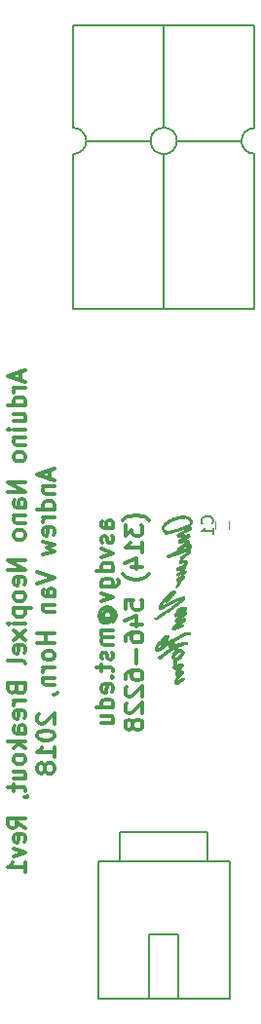
<source format=gbr>
G04 #@! TF.GenerationSoftware,KiCad,Pcbnew,(5.0.0)*
G04 #@! TF.CreationDate,2018-11-03T18:08:05-05:00*
G04 #@! TF.ProjectId,Neopixel_Breakout,4E656F706978656C5F427265616B6F75,rev?*
G04 #@! TF.SameCoordinates,Original*
G04 #@! TF.FileFunction,Legend,Bot*
G04 #@! TF.FilePolarity,Positive*
%FSLAX46Y46*%
G04 Gerber Fmt 4.6, Leading zero omitted, Abs format (unit mm)*
G04 Created by KiCad (PCBNEW (5.0.0)) date 11/03/18 18:08:05*
%MOMM*%
%LPD*%
G01*
G04 APERTURE LIST*
%ADD10C,0.300000*%
%ADD11C,0.120000*%
%ADD12C,0.150000*%
%ADD13C,0.010000*%
G04 APERTURE END LIST*
D10*
X142470000Y-83177400D02*
X142470000Y-83891685D01*
X142898571Y-83034542D02*
X141398571Y-83534542D01*
X142898571Y-84034542D01*
X142898571Y-84534542D02*
X141898571Y-84534542D01*
X142184285Y-84534542D02*
X142041428Y-84605971D01*
X141970000Y-84677400D01*
X141898571Y-84820257D01*
X141898571Y-84963114D01*
X142898571Y-86105971D02*
X141398571Y-86105971D01*
X142827142Y-86105971D02*
X142898571Y-85963114D01*
X142898571Y-85677400D01*
X142827142Y-85534542D01*
X142755714Y-85463114D01*
X142612857Y-85391685D01*
X142184285Y-85391685D01*
X142041428Y-85463114D01*
X141970000Y-85534542D01*
X141898571Y-85677400D01*
X141898571Y-85963114D01*
X141970000Y-86105971D01*
X141898571Y-87463114D02*
X142898571Y-87463114D01*
X141898571Y-86820257D02*
X142684285Y-86820257D01*
X142827142Y-86891685D01*
X142898571Y-87034542D01*
X142898571Y-87248828D01*
X142827142Y-87391685D01*
X142755714Y-87463114D01*
X142898571Y-88177400D02*
X141898571Y-88177400D01*
X141398571Y-88177400D02*
X141470000Y-88105971D01*
X141541428Y-88177400D01*
X141470000Y-88248828D01*
X141398571Y-88177400D01*
X141541428Y-88177400D01*
X141898571Y-88891685D02*
X142898571Y-88891685D01*
X142041428Y-88891685D02*
X141970000Y-88963114D01*
X141898571Y-89105971D01*
X141898571Y-89320257D01*
X141970000Y-89463114D01*
X142112857Y-89534542D01*
X142898571Y-89534542D01*
X142898571Y-90463114D02*
X142827142Y-90320257D01*
X142755714Y-90248828D01*
X142612857Y-90177400D01*
X142184285Y-90177400D01*
X142041428Y-90248828D01*
X141970000Y-90320257D01*
X141898571Y-90463114D01*
X141898571Y-90677400D01*
X141970000Y-90820257D01*
X142041428Y-90891685D01*
X142184285Y-90963114D01*
X142612857Y-90963114D01*
X142755714Y-90891685D01*
X142827142Y-90820257D01*
X142898571Y-90677400D01*
X142898571Y-90463114D01*
X142898571Y-92748828D02*
X141398571Y-92748828D01*
X142898571Y-93605971D01*
X141398571Y-93605971D01*
X142898571Y-94963114D02*
X142112857Y-94963114D01*
X141970000Y-94891685D01*
X141898571Y-94748828D01*
X141898571Y-94463114D01*
X141970000Y-94320257D01*
X142827142Y-94963114D02*
X142898571Y-94820257D01*
X142898571Y-94463114D01*
X142827142Y-94320257D01*
X142684285Y-94248828D01*
X142541428Y-94248828D01*
X142398571Y-94320257D01*
X142327142Y-94463114D01*
X142327142Y-94820257D01*
X142255714Y-94963114D01*
X141898571Y-95677400D02*
X142898571Y-95677400D01*
X142041428Y-95677400D02*
X141970000Y-95748828D01*
X141898571Y-95891685D01*
X141898571Y-96105971D01*
X141970000Y-96248828D01*
X142112857Y-96320257D01*
X142898571Y-96320257D01*
X142898571Y-97248828D02*
X142827142Y-97105971D01*
X142755714Y-97034542D01*
X142612857Y-96963114D01*
X142184285Y-96963114D01*
X142041428Y-97034542D01*
X141970000Y-97105971D01*
X141898571Y-97248828D01*
X141898571Y-97463114D01*
X141970000Y-97605971D01*
X142041428Y-97677400D01*
X142184285Y-97748828D01*
X142612857Y-97748828D01*
X142755714Y-97677400D01*
X142827142Y-97605971D01*
X142898571Y-97463114D01*
X142898571Y-97248828D01*
X142898571Y-99534542D02*
X141398571Y-99534542D01*
X142898571Y-100391685D01*
X141398571Y-100391685D01*
X142827142Y-101677400D02*
X142898571Y-101534542D01*
X142898571Y-101248828D01*
X142827142Y-101105971D01*
X142684285Y-101034542D01*
X142112857Y-101034542D01*
X141970000Y-101105971D01*
X141898571Y-101248828D01*
X141898571Y-101534542D01*
X141970000Y-101677400D01*
X142112857Y-101748828D01*
X142255714Y-101748828D01*
X142398571Y-101034542D01*
X142898571Y-102605971D02*
X142827142Y-102463114D01*
X142755714Y-102391685D01*
X142612857Y-102320257D01*
X142184285Y-102320257D01*
X142041428Y-102391685D01*
X141970000Y-102463114D01*
X141898571Y-102605971D01*
X141898571Y-102820257D01*
X141970000Y-102963114D01*
X142041428Y-103034542D01*
X142184285Y-103105971D01*
X142612857Y-103105971D01*
X142755714Y-103034542D01*
X142827142Y-102963114D01*
X142898571Y-102820257D01*
X142898571Y-102605971D01*
X141898571Y-103748828D02*
X143398571Y-103748828D01*
X141970000Y-103748828D02*
X141898571Y-103891685D01*
X141898571Y-104177400D01*
X141970000Y-104320257D01*
X142041428Y-104391685D01*
X142184285Y-104463114D01*
X142612857Y-104463114D01*
X142755714Y-104391685D01*
X142827142Y-104320257D01*
X142898571Y-104177400D01*
X142898571Y-103891685D01*
X142827142Y-103748828D01*
X142898571Y-105105971D02*
X141898571Y-105105971D01*
X141398571Y-105105971D02*
X141470000Y-105034542D01*
X141541428Y-105105971D01*
X141470000Y-105177400D01*
X141398571Y-105105971D01*
X141541428Y-105105971D01*
X142898571Y-105677400D02*
X141898571Y-106463114D01*
X141898571Y-105677400D02*
X142898571Y-106463114D01*
X142827142Y-107605971D02*
X142898571Y-107463114D01*
X142898571Y-107177400D01*
X142827142Y-107034542D01*
X142684285Y-106963114D01*
X142112857Y-106963114D01*
X141970000Y-107034542D01*
X141898571Y-107177400D01*
X141898571Y-107463114D01*
X141970000Y-107605971D01*
X142112857Y-107677400D01*
X142255714Y-107677400D01*
X142398571Y-106963114D01*
X142898571Y-108534542D02*
X142827142Y-108391685D01*
X142684285Y-108320257D01*
X141398571Y-108320257D01*
X142112857Y-110748828D02*
X142184285Y-110963114D01*
X142255714Y-111034542D01*
X142398571Y-111105971D01*
X142612857Y-111105971D01*
X142755714Y-111034542D01*
X142827142Y-110963114D01*
X142898571Y-110820257D01*
X142898571Y-110248828D01*
X141398571Y-110248828D01*
X141398571Y-110748828D01*
X141470000Y-110891685D01*
X141541428Y-110963114D01*
X141684285Y-111034542D01*
X141827142Y-111034542D01*
X141970000Y-110963114D01*
X142041428Y-110891685D01*
X142112857Y-110748828D01*
X142112857Y-110248828D01*
X142898571Y-111748828D02*
X141898571Y-111748828D01*
X142184285Y-111748828D02*
X142041428Y-111820257D01*
X141970000Y-111891685D01*
X141898571Y-112034542D01*
X141898571Y-112177400D01*
X142827142Y-113248828D02*
X142898571Y-113105971D01*
X142898571Y-112820257D01*
X142827142Y-112677400D01*
X142684285Y-112605971D01*
X142112857Y-112605971D01*
X141970000Y-112677400D01*
X141898571Y-112820257D01*
X141898571Y-113105971D01*
X141970000Y-113248828D01*
X142112857Y-113320257D01*
X142255714Y-113320257D01*
X142398571Y-112605971D01*
X142898571Y-114605971D02*
X142112857Y-114605971D01*
X141970000Y-114534542D01*
X141898571Y-114391685D01*
X141898571Y-114105971D01*
X141970000Y-113963114D01*
X142827142Y-114605971D02*
X142898571Y-114463114D01*
X142898571Y-114105971D01*
X142827142Y-113963114D01*
X142684285Y-113891685D01*
X142541428Y-113891685D01*
X142398571Y-113963114D01*
X142327142Y-114105971D01*
X142327142Y-114463114D01*
X142255714Y-114605971D01*
X142898571Y-115320257D02*
X141398571Y-115320257D01*
X142327142Y-115463114D02*
X142898571Y-115891685D01*
X141898571Y-115891685D02*
X142470000Y-115320257D01*
X142898571Y-116748828D02*
X142827142Y-116605971D01*
X142755714Y-116534542D01*
X142612857Y-116463114D01*
X142184285Y-116463114D01*
X142041428Y-116534542D01*
X141970000Y-116605971D01*
X141898571Y-116748828D01*
X141898571Y-116963114D01*
X141970000Y-117105971D01*
X142041428Y-117177400D01*
X142184285Y-117248828D01*
X142612857Y-117248828D01*
X142755714Y-117177400D01*
X142827142Y-117105971D01*
X142898571Y-116963114D01*
X142898571Y-116748828D01*
X141898571Y-118534542D02*
X142898571Y-118534542D01*
X141898571Y-117891685D02*
X142684285Y-117891685D01*
X142827142Y-117963114D01*
X142898571Y-118105971D01*
X142898571Y-118320257D01*
X142827142Y-118463114D01*
X142755714Y-118534542D01*
X141898571Y-119034542D02*
X141898571Y-119605971D01*
X141398571Y-119248828D02*
X142684285Y-119248828D01*
X142827142Y-119320257D01*
X142898571Y-119463114D01*
X142898571Y-119605971D01*
X142827142Y-120177400D02*
X142898571Y-120177400D01*
X143041428Y-120105971D01*
X143112857Y-120034542D01*
X142898571Y-122820257D02*
X142184285Y-122320257D01*
X142898571Y-121963114D02*
X141398571Y-121963114D01*
X141398571Y-122534542D01*
X141470000Y-122677400D01*
X141541428Y-122748828D01*
X141684285Y-122820257D01*
X141898571Y-122820257D01*
X142041428Y-122748828D01*
X142112857Y-122677400D01*
X142184285Y-122534542D01*
X142184285Y-121963114D01*
X142827142Y-124034542D02*
X142898571Y-123891685D01*
X142898571Y-123605971D01*
X142827142Y-123463114D01*
X142684285Y-123391685D01*
X142112857Y-123391685D01*
X141970000Y-123463114D01*
X141898571Y-123605971D01*
X141898571Y-123891685D01*
X141970000Y-124034542D01*
X142112857Y-124105971D01*
X142255714Y-124105971D01*
X142398571Y-123391685D01*
X141898571Y-124605971D02*
X142898571Y-124963114D01*
X141898571Y-125320257D01*
X142898571Y-126677400D02*
X142898571Y-125820257D01*
X142898571Y-126248828D02*
X141398571Y-126248828D01*
X141612857Y-126105971D01*
X141755714Y-125963114D01*
X141827142Y-125820257D01*
X145020000Y-91784542D02*
X145020000Y-92498828D01*
X145448571Y-91641685D02*
X143948571Y-92141685D01*
X145448571Y-92641685D01*
X144448571Y-93141685D02*
X145448571Y-93141685D01*
X144591428Y-93141685D02*
X144520000Y-93213114D01*
X144448571Y-93355971D01*
X144448571Y-93570257D01*
X144520000Y-93713114D01*
X144662857Y-93784542D01*
X145448571Y-93784542D01*
X145448571Y-95141685D02*
X143948571Y-95141685D01*
X145377142Y-95141685D02*
X145448571Y-94998828D01*
X145448571Y-94713114D01*
X145377142Y-94570257D01*
X145305714Y-94498828D01*
X145162857Y-94427400D01*
X144734285Y-94427400D01*
X144591428Y-94498828D01*
X144520000Y-94570257D01*
X144448571Y-94713114D01*
X144448571Y-94998828D01*
X144520000Y-95141685D01*
X145448571Y-95855971D02*
X144448571Y-95855971D01*
X144734285Y-95855971D02*
X144591428Y-95927400D01*
X144520000Y-95998828D01*
X144448571Y-96141685D01*
X144448571Y-96284542D01*
X145377142Y-97355971D02*
X145448571Y-97213114D01*
X145448571Y-96927400D01*
X145377142Y-96784542D01*
X145234285Y-96713114D01*
X144662857Y-96713114D01*
X144520000Y-96784542D01*
X144448571Y-96927400D01*
X144448571Y-97213114D01*
X144520000Y-97355971D01*
X144662857Y-97427400D01*
X144805714Y-97427400D01*
X144948571Y-96713114D01*
X144448571Y-97927400D02*
X145448571Y-98213114D01*
X144734285Y-98498828D01*
X145448571Y-98784542D01*
X144448571Y-99070257D01*
X143948571Y-100570257D02*
X145448571Y-101070257D01*
X143948571Y-101570257D01*
X145448571Y-102713114D02*
X144662857Y-102713114D01*
X144520000Y-102641685D01*
X144448571Y-102498828D01*
X144448571Y-102213114D01*
X144520000Y-102070257D01*
X145377142Y-102713114D02*
X145448571Y-102570257D01*
X145448571Y-102213114D01*
X145377142Y-102070257D01*
X145234285Y-101998828D01*
X145091428Y-101998828D01*
X144948571Y-102070257D01*
X144877142Y-102213114D01*
X144877142Y-102570257D01*
X144805714Y-102713114D01*
X144448571Y-103427400D02*
X145448571Y-103427400D01*
X144591428Y-103427400D02*
X144520000Y-103498828D01*
X144448571Y-103641685D01*
X144448571Y-103855971D01*
X144520000Y-103998828D01*
X144662857Y-104070257D01*
X145448571Y-104070257D01*
X145448571Y-105927400D02*
X143948571Y-105927400D01*
X144662857Y-105927400D02*
X144662857Y-106784542D01*
X145448571Y-106784542D02*
X143948571Y-106784542D01*
X145448571Y-107713114D02*
X145377142Y-107570257D01*
X145305714Y-107498828D01*
X145162857Y-107427400D01*
X144734285Y-107427400D01*
X144591428Y-107498828D01*
X144520000Y-107570257D01*
X144448571Y-107713114D01*
X144448571Y-107927400D01*
X144520000Y-108070257D01*
X144591428Y-108141685D01*
X144734285Y-108213114D01*
X145162857Y-108213114D01*
X145305714Y-108141685D01*
X145377142Y-108070257D01*
X145448571Y-107927400D01*
X145448571Y-107713114D01*
X145448571Y-108855971D02*
X144448571Y-108855971D01*
X144734285Y-108855971D02*
X144591428Y-108927400D01*
X144520000Y-108998828D01*
X144448571Y-109141685D01*
X144448571Y-109284542D01*
X144448571Y-109784542D02*
X145448571Y-109784542D01*
X144591428Y-109784542D02*
X144520000Y-109855971D01*
X144448571Y-109998828D01*
X144448571Y-110213114D01*
X144520000Y-110355971D01*
X144662857Y-110427400D01*
X145448571Y-110427400D01*
X145377142Y-111213114D02*
X145448571Y-111213114D01*
X145591428Y-111141685D01*
X145662857Y-111070257D01*
X144091428Y-112927400D02*
X144020000Y-112998828D01*
X143948571Y-113141685D01*
X143948571Y-113498828D01*
X144020000Y-113641685D01*
X144091428Y-113713114D01*
X144234285Y-113784542D01*
X144377142Y-113784542D01*
X144591428Y-113713114D01*
X145448571Y-112855971D01*
X145448571Y-113784542D01*
X143948571Y-114713114D02*
X143948571Y-114855971D01*
X144020000Y-114998828D01*
X144091428Y-115070257D01*
X144234285Y-115141685D01*
X144520000Y-115213114D01*
X144877142Y-115213114D01*
X145162857Y-115141685D01*
X145305714Y-115070257D01*
X145377142Y-114998828D01*
X145448571Y-114855971D01*
X145448571Y-114713114D01*
X145377142Y-114570257D01*
X145305714Y-114498828D01*
X145162857Y-114427400D01*
X144877142Y-114355971D01*
X144520000Y-114355971D01*
X144234285Y-114427400D01*
X144091428Y-114498828D01*
X144020000Y-114570257D01*
X143948571Y-114713114D01*
X145448571Y-116641685D02*
X145448571Y-115784542D01*
X145448571Y-116213114D02*
X143948571Y-116213114D01*
X144162857Y-116070257D01*
X144305714Y-115927400D01*
X144377142Y-115784542D01*
X144591428Y-117498828D02*
X144520000Y-117355971D01*
X144448571Y-117284542D01*
X144305714Y-117213114D01*
X144234285Y-117213114D01*
X144091428Y-117284542D01*
X144020000Y-117355971D01*
X143948571Y-117498828D01*
X143948571Y-117784542D01*
X144020000Y-117927400D01*
X144091428Y-117998828D01*
X144234285Y-118070257D01*
X144305714Y-118070257D01*
X144448571Y-117998828D01*
X144520000Y-117927400D01*
X144591428Y-117784542D01*
X144591428Y-117498828D01*
X144662857Y-117355971D01*
X144734285Y-117284542D01*
X144877142Y-117213114D01*
X145162857Y-117213114D01*
X145305714Y-117284542D01*
X145377142Y-117355971D01*
X145448571Y-117498828D01*
X145448571Y-117784542D01*
X145377142Y-117927400D01*
X145305714Y-117998828D01*
X145162857Y-118070257D01*
X144877142Y-118070257D01*
X144734285Y-117998828D01*
X144662857Y-117927400D01*
X144591428Y-117784542D01*
X150548571Y-96784542D02*
X149762857Y-96784542D01*
X149620000Y-96713114D01*
X149548571Y-96570257D01*
X149548571Y-96284542D01*
X149620000Y-96141685D01*
X150477142Y-96784542D02*
X150548571Y-96641685D01*
X150548571Y-96284542D01*
X150477142Y-96141685D01*
X150334285Y-96070257D01*
X150191428Y-96070257D01*
X150048571Y-96141685D01*
X149977142Y-96284542D01*
X149977142Y-96641685D01*
X149905714Y-96784542D01*
X150477142Y-97427400D02*
X150548571Y-97570257D01*
X150548571Y-97855971D01*
X150477142Y-97998828D01*
X150334285Y-98070257D01*
X150262857Y-98070257D01*
X150120000Y-97998828D01*
X150048571Y-97855971D01*
X150048571Y-97641685D01*
X149977142Y-97498828D01*
X149834285Y-97427400D01*
X149762857Y-97427400D01*
X149620000Y-97498828D01*
X149548571Y-97641685D01*
X149548571Y-97855971D01*
X149620000Y-97998828D01*
X149548571Y-98570257D02*
X150548571Y-98927400D01*
X149548571Y-99284542D01*
X150548571Y-100498828D02*
X149048571Y-100498828D01*
X150477142Y-100498828D02*
X150548571Y-100355971D01*
X150548571Y-100070257D01*
X150477142Y-99927400D01*
X150405714Y-99855971D01*
X150262857Y-99784542D01*
X149834285Y-99784542D01*
X149691428Y-99855971D01*
X149620000Y-99927400D01*
X149548571Y-100070257D01*
X149548571Y-100355971D01*
X149620000Y-100498828D01*
X149548571Y-101855971D02*
X150762857Y-101855971D01*
X150905714Y-101784542D01*
X150977142Y-101713114D01*
X151048571Y-101570257D01*
X151048571Y-101355971D01*
X150977142Y-101213114D01*
X150477142Y-101855971D02*
X150548571Y-101713114D01*
X150548571Y-101427400D01*
X150477142Y-101284542D01*
X150405714Y-101213114D01*
X150262857Y-101141685D01*
X149834285Y-101141685D01*
X149691428Y-101213114D01*
X149620000Y-101284542D01*
X149548571Y-101427400D01*
X149548571Y-101713114D01*
X149620000Y-101855971D01*
X149548571Y-102427400D02*
X150548571Y-102784542D01*
X149548571Y-103141685D01*
X149834285Y-104641685D02*
X149762857Y-104570257D01*
X149691428Y-104427400D01*
X149691428Y-104284542D01*
X149762857Y-104141685D01*
X149834285Y-104070257D01*
X149977142Y-103998828D01*
X150120000Y-103998828D01*
X150262857Y-104070257D01*
X150334285Y-104141685D01*
X150405714Y-104284542D01*
X150405714Y-104427400D01*
X150334285Y-104570257D01*
X150262857Y-104641685D01*
X149691428Y-104641685D02*
X150262857Y-104641685D01*
X150334285Y-104713114D01*
X150334285Y-104784542D01*
X150262857Y-104927400D01*
X150120000Y-104998828D01*
X149762857Y-104998828D01*
X149548571Y-104855971D01*
X149405714Y-104641685D01*
X149334285Y-104355971D01*
X149405714Y-104070257D01*
X149548571Y-103855971D01*
X149762857Y-103713114D01*
X150048571Y-103641685D01*
X150334285Y-103713114D01*
X150548571Y-103855971D01*
X150691428Y-104070257D01*
X150762857Y-104355971D01*
X150691428Y-104641685D01*
X150548571Y-104855971D01*
X150548571Y-105641685D02*
X149548571Y-105641685D01*
X149691428Y-105641685D02*
X149620000Y-105713114D01*
X149548571Y-105855971D01*
X149548571Y-106070257D01*
X149620000Y-106213114D01*
X149762857Y-106284542D01*
X150548571Y-106284542D01*
X149762857Y-106284542D02*
X149620000Y-106355971D01*
X149548571Y-106498828D01*
X149548571Y-106713114D01*
X149620000Y-106855971D01*
X149762857Y-106927400D01*
X150548571Y-106927400D01*
X150477142Y-107570257D02*
X150548571Y-107713114D01*
X150548571Y-107998828D01*
X150477142Y-108141685D01*
X150334285Y-108213114D01*
X150262857Y-108213114D01*
X150120000Y-108141685D01*
X150048571Y-107998828D01*
X150048571Y-107784542D01*
X149977142Y-107641685D01*
X149834285Y-107570257D01*
X149762857Y-107570257D01*
X149620000Y-107641685D01*
X149548571Y-107784542D01*
X149548571Y-107998828D01*
X149620000Y-108141685D01*
X149548571Y-108641685D02*
X149548571Y-109213114D01*
X149048571Y-108855971D02*
X150334285Y-108855971D01*
X150477142Y-108927400D01*
X150548571Y-109070257D01*
X150548571Y-109213114D01*
X150405714Y-109713114D02*
X150477142Y-109784542D01*
X150548571Y-109713114D01*
X150477142Y-109641685D01*
X150405714Y-109713114D01*
X150548571Y-109713114D01*
X150477142Y-110998828D02*
X150548571Y-110855971D01*
X150548571Y-110570257D01*
X150477142Y-110427400D01*
X150334285Y-110355971D01*
X149762857Y-110355971D01*
X149620000Y-110427400D01*
X149548571Y-110570257D01*
X149548571Y-110855971D01*
X149620000Y-110998828D01*
X149762857Y-111070257D01*
X149905714Y-111070257D01*
X150048571Y-110355971D01*
X150548571Y-112355971D02*
X149048571Y-112355971D01*
X150477142Y-112355971D02*
X150548571Y-112213114D01*
X150548571Y-111927400D01*
X150477142Y-111784542D01*
X150405714Y-111713114D01*
X150262857Y-111641685D01*
X149834285Y-111641685D01*
X149691428Y-111713114D01*
X149620000Y-111784542D01*
X149548571Y-111927400D01*
X149548571Y-112213114D01*
X149620000Y-112355971D01*
X149548571Y-113713114D02*
X150548571Y-113713114D01*
X149548571Y-113070257D02*
X150334285Y-113070257D01*
X150477142Y-113141685D01*
X150548571Y-113284542D01*
X150548571Y-113498828D01*
X150477142Y-113641685D01*
X150405714Y-113713114D01*
X153670000Y-96070257D02*
X153598571Y-95998828D01*
X153384285Y-95855971D01*
X153241428Y-95784542D01*
X153027142Y-95713114D01*
X152670000Y-95641685D01*
X152384285Y-95641685D01*
X152027142Y-95713114D01*
X151812857Y-95784542D01*
X151670000Y-95855971D01*
X151455714Y-95998828D01*
X151384285Y-96070257D01*
X151598571Y-96498828D02*
X151598571Y-97427400D01*
X152170000Y-96927400D01*
X152170000Y-97141685D01*
X152241428Y-97284542D01*
X152312857Y-97355971D01*
X152455714Y-97427400D01*
X152812857Y-97427400D01*
X152955714Y-97355971D01*
X153027142Y-97284542D01*
X153098571Y-97141685D01*
X153098571Y-96713114D01*
X153027142Y-96570257D01*
X152955714Y-96498828D01*
X153098571Y-98855971D02*
X153098571Y-97998828D01*
X153098571Y-98427400D02*
X151598571Y-98427400D01*
X151812857Y-98284542D01*
X151955714Y-98141685D01*
X152027142Y-97998828D01*
X152098571Y-100141685D02*
X153098571Y-100141685D01*
X151527142Y-99784542D02*
X152598571Y-99427400D01*
X152598571Y-100355971D01*
X153670000Y-100784542D02*
X153598571Y-100855971D01*
X153384285Y-100998828D01*
X153241428Y-101070257D01*
X153027142Y-101141685D01*
X152670000Y-101213114D01*
X152384285Y-101213114D01*
X152027142Y-101141685D01*
X151812857Y-101070257D01*
X151670000Y-100998828D01*
X151455714Y-100855971D01*
X151384285Y-100784542D01*
X151598571Y-103784542D02*
X151598571Y-103070257D01*
X152312857Y-102998828D01*
X152241428Y-103070257D01*
X152170000Y-103213114D01*
X152170000Y-103570257D01*
X152241428Y-103713114D01*
X152312857Y-103784542D01*
X152455714Y-103855971D01*
X152812857Y-103855971D01*
X152955714Y-103784542D01*
X153027142Y-103713114D01*
X153098571Y-103570257D01*
X153098571Y-103213114D01*
X153027142Y-103070257D01*
X152955714Y-102998828D01*
X152098571Y-105141685D02*
X153098571Y-105141685D01*
X151527142Y-104784542D02*
X152598571Y-104427400D01*
X152598571Y-105355971D01*
X151598571Y-106570257D02*
X151598571Y-106284542D01*
X151670000Y-106141685D01*
X151741428Y-106070257D01*
X151955714Y-105927400D01*
X152241428Y-105855971D01*
X152812857Y-105855971D01*
X152955714Y-105927400D01*
X153027142Y-105998828D01*
X153098571Y-106141685D01*
X153098571Y-106427400D01*
X153027142Y-106570257D01*
X152955714Y-106641685D01*
X152812857Y-106713114D01*
X152455714Y-106713114D01*
X152312857Y-106641685D01*
X152241428Y-106570257D01*
X152170000Y-106427400D01*
X152170000Y-106141685D01*
X152241428Y-105998828D01*
X152312857Y-105927400D01*
X152455714Y-105855971D01*
X152527142Y-107355971D02*
X152527142Y-108498828D01*
X151598571Y-109855971D02*
X151598571Y-109570257D01*
X151670000Y-109427400D01*
X151741428Y-109355971D01*
X151955714Y-109213114D01*
X152241428Y-109141685D01*
X152812857Y-109141685D01*
X152955714Y-109213114D01*
X153027142Y-109284542D01*
X153098571Y-109427400D01*
X153098571Y-109713114D01*
X153027142Y-109855971D01*
X152955714Y-109927400D01*
X152812857Y-109998828D01*
X152455714Y-109998828D01*
X152312857Y-109927400D01*
X152241428Y-109855971D01*
X152170000Y-109713114D01*
X152170000Y-109427400D01*
X152241428Y-109284542D01*
X152312857Y-109213114D01*
X152455714Y-109141685D01*
X151741428Y-110570257D02*
X151670000Y-110641685D01*
X151598571Y-110784542D01*
X151598571Y-111141685D01*
X151670000Y-111284542D01*
X151741428Y-111355971D01*
X151884285Y-111427400D01*
X152027142Y-111427400D01*
X152241428Y-111355971D01*
X153098571Y-110498828D01*
X153098571Y-111427400D01*
X151741428Y-111998828D02*
X151670000Y-112070257D01*
X151598571Y-112213114D01*
X151598571Y-112570257D01*
X151670000Y-112713114D01*
X151741428Y-112784542D01*
X151884285Y-112855971D01*
X152027142Y-112855971D01*
X152241428Y-112784542D01*
X153098571Y-111927400D01*
X153098571Y-112855971D01*
X152241428Y-113713114D02*
X152170000Y-113570257D01*
X152098571Y-113498828D01*
X151955714Y-113427400D01*
X151884285Y-113427400D01*
X151741428Y-113498828D01*
X151670000Y-113570257D01*
X151598571Y-113713114D01*
X151598571Y-113998828D01*
X151670000Y-114141685D01*
X151741428Y-114213114D01*
X151884285Y-114284542D01*
X151955714Y-114284542D01*
X152098571Y-114213114D01*
X152170000Y-114141685D01*
X152241428Y-113998828D01*
X152241428Y-113713114D01*
X152312857Y-113570257D01*
X152384285Y-113498828D01*
X152527142Y-113427400D01*
X152812857Y-113427400D01*
X152955714Y-113498828D01*
X153027142Y-113570257D01*
X153098571Y-113713114D01*
X153098571Y-113998828D01*
X153027142Y-114141685D01*
X152955714Y-114213114D01*
X152812857Y-114284542D01*
X152527142Y-114284542D01*
X152384285Y-114213114D01*
X152312857Y-114141685D01*
X152241428Y-113998828D01*
D11*
G04 #@! TO.C,C1*
X159420000Y-96170000D02*
X159420000Y-96870000D01*
X160620000Y-96870000D02*
X160620000Y-96170000D01*
D12*
G04 #@! TO.C,Conn1*
X162813000Y-64236600D02*
G75*
G02X161695400Y-63119000I0J1117600D01*
G01*
X161695400Y-63119000D02*
G75*
G02X162813000Y-62001400I1117600J0D01*
G01*
X147065000Y-53060600D02*
X162813000Y-53060600D01*
X147065000Y-77698600D02*
X162813000Y-77698600D01*
X147065000Y-61976000D02*
X147065000Y-60756800D01*
X148208000Y-63119000D02*
G75*
G02X147065000Y-64262000I-1143000J0D01*
G01*
X147065000Y-61976000D02*
G75*
G02X148208000Y-63119000I0J-1143000D01*
G01*
X162813000Y-65430400D02*
X162813000Y-64236600D01*
X160501600Y-63119000D02*
X161670000Y-63119000D01*
X162813000Y-60807600D02*
X162813000Y-61976000D01*
X147065000Y-65379600D02*
X147065000Y-64287400D01*
X148208000Y-63119000D02*
X149376400Y-63119000D01*
X157225000Y-63119000D02*
X156082000Y-63119000D01*
X154913600Y-53086000D02*
X154913600Y-61976000D01*
X152653000Y-63119000D02*
X153796000Y-63119000D01*
X154939000Y-65405000D02*
X154939000Y-64262000D01*
X157225000Y-63119000D02*
X160527000Y-63119000D01*
X154939000Y-65405000D02*
X154939000Y-77698600D01*
X152653000Y-63119000D02*
X149376400Y-63119000D01*
X156082000Y-63119000D02*
G75*
G03X156082000Y-63119000I-1143000J0D01*
G01*
X162813000Y-65405000D02*
X162813000Y-77698600D01*
X162813000Y-60833000D02*
X162813000Y-53086000D01*
X147065000Y-53086000D02*
X147065000Y-60833000D01*
X147065000Y-65405000D02*
X147065000Y-77698600D01*
G04 #@! TO.C,Conn2*
X156210000Y-132080000D02*
X153670000Y-132080000D01*
X160655000Y-137668000D02*
X149225000Y-137668000D01*
X160655000Y-125730000D02*
X151130000Y-125730000D01*
X158750000Y-123190000D02*
X151130000Y-123190000D01*
X156210000Y-137668000D02*
X156210000Y-132080000D01*
X160655000Y-125730000D02*
X160655000Y-137668000D01*
X153670000Y-137668000D02*
X153670000Y-137160000D01*
X149225000Y-125730000D02*
X149225000Y-137668000D01*
X151130000Y-125730000D02*
X149225000Y-125730000D01*
X153670000Y-133350000D02*
X153670000Y-132080000D01*
X153670000Y-133350000D02*
X153670000Y-137160000D01*
X158750000Y-125730000D02*
X158750000Y-123190000D01*
X151130000Y-123190000D02*
X151130000Y-125730000D01*
D13*
G04 #@! TO.C,G\002A\002A\002A*
G36*
X154107761Y-104551709D02*
X154128712Y-104584480D01*
X154165670Y-104631407D01*
X154198815Y-104670342D01*
X154225845Y-104686824D01*
X154254398Y-104685140D01*
X154285893Y-104672807D01*
X154333459Y-104647840D01*
X154392298Y-104613198D01*
X154457613Y-104571837D01*
X154524603Y-104526716D01*
X154588472Y-104480793D01*
X154600141Y-104472006D01*
X154649994Y-104436153D01*
X154705684Y-104399296D01*
X154762057Y-104364478D01*
X154813959Y-104334741D01*
X154856236Y-104313128D01*
X154883733Y-104302681D01*
X154887871Y-104302170D01*
X154905502Y-104292258D01*
X154918741Y-104276118D01*
X154938038Y-104255648D01*
X154952002Y-104250067D01*
X154970964Y-104241286D01*
X154997871Y-104219316D01*
X155007250Y-104209979D01*
X155038923Y-104183316D01*
X155084228Y-104152894D01*
X155130174Y-104126996D01*
X155209766Y-104086214D01*
X155269957Y-104054096D01*
X155314897Y-104028162D01*
X155348735Y-104005935D01*
X155375620Y-103984937D01*
X155390687Y-103971380D01*
X155422599Y-103943843D01*
X155463621Y-103911872D01*
X155508021Y-103879502D01*
X155550062Y-103850770D01*
X155584009Y-103829713D01*
X155604128Y-103820366D01*
X155605463Y-103820221D01*
X155621880Y-103811965D01*
X155646899Y-103791692D01*
X155651170Y-103787686D01*
X155680318Y-103762878D01*
X155721455Y-103731560D01*
X155757297Y-103706275D01*
X155822534Y-103660636D01*
X155893158Y-103608802D01*
X155963244Y-103555341D01*
X156026869Y-103504819D01*
X156078108Y-103461803D01*
X156098924Y-103442939D01*
X156135589Y-103408915D01*
X156170116Y-103378036D01*
X156185251Y-103365109D01*
X156212240Y-103342569D01*
X156250282Y-103310485D01*
X156286635Y-103279634D01*
X156337696Y-103241527D01*
X156378153Y-103222622D01*
X156390840Y-103220804D01*
X156437333Y-103209834D01*
X156491112Y-103177097D01*
X156552867Y-103121992D01*
X156623287Y-103043918D01*
X156690261Y-102959325D01*
X156723257Y-102911056D01*
X156739926Y-102870712D01*
X156742855Y-102828307D01*
X156736219Y-102781871D01*
X156721517Y-102752967D01*
X156693149Y-102722216D01*
X156660018Y-102697577D01*
X156631025Y-102687008D01*
X156630083Y-102686990D01*
X156608134Y-102691491D01*
X156569350Y-102703450D01*
X156521045Y-102720555D01*
X156506509Y-102726067D01*
X156456359Y-102744265D01*
X156413148Y-102757945D01*
X156384427Y-102764776D01*
X156380053Y-102765144D01*
X156355990Y-102770511D01*
X156317201Y-102784563D01*
X156273421Y-102803648D01*
X156219541Y-102827691D01*
X156154509Y-102854768D01*
X156091758Y-102879299D01*
X156087559Y-102880865D01*
X155860222Y-102974776D01*
X155755405Y-103025356D01*
X155701143Y-103050663D01*
X155639257Y-103076373D01*
X155603385Y-103089745D01*
X155554945Y-103109407D01*
X155494707Y-103137785D01*
X155433032Y-103169894D01*
X155410661Y-103182447D01*
X155361998Y-103209850D01*
X155321585Y-103231492D01*
X155294812Y-103244548D01*
X155287348Y-103247093D01*
X155271401Y-103253897D01*
X155241432Y-103271509D01*
X155213046Y-103290017D01*
X155167773Y-103318017D01*
X155111218Y-103349330D01*
X155058533Y-103375767D01*
X155010723Y-103399587D01*
X154969477Y-103422555D01*
X154942975Y-103440086D01*
X154941303Y-103441493D01*
X154916320Y-103459122D01*
X154878182Y-103481211D01*
X154832732Y-103504960D01*
X154785811Y-103527571D01*
X154743264Y-103546244D01*
X154710931Y-103558180D01*
X154694656Y-103560579D01*
X154693987Y-103559986D01*
X154694350Y-103539818D01*
X154706567Y-103505490D01*
X154727463Y-103464123D01*
X154753862Y-103422835D01*
X154757171Y-103418328D01*
X154781754Y-103381414D01*
X154809585Y-103333932D01*
X154825545Y-103303937D01*
X154849461Y-103263473D01*
X154883099Y-103215098D01*
X154921706Y-103164746D01*
X154960530Y-103118349D01*
X154994818Y-103081839D01*
X155019819Y-103061148D01*
X155020217Y-103060922D01*
X155034209Y-103059197D01*
X155038905Y-103078491D01*
X155038995Y-103084272D01*
X155046927Y-103130370D01*
X155067569Y-103168567D01*
X155096184Y-103195767D01*
X155128040Y-103208876D01*
X155158401Y-103204798D01*
X155182532Y-103180439D01*
X155183452Y-103178708D01*
X155203405Y-103149175D01*
X155231131Y-103117604D01*
X155232756Y-103116000D01*
X155263051Y-103080875D01*
X155287781Y-103043457D01*
X155314212Y-103011744D01*
X155354356Y-102982463D01*
X155365935Y-102976304D01*
X155443412Y-102928184D01*
X155498420Y-102871043D01*
X155512554Y-102848198D01*
X155529257Y-102824214D01*
X155559816Y-102786801D01*
X155599846Y-102741124D01*
X155643866Y-102693503D01*
X155687533Y-102645872D01*
X155724545Y-102602443D01*
X155751036Y-102567961D01*
X155763141Y-102547175D01*
X155763201Y-102546965D01*
X155773448Y-102524199D01*
X155781982Y-102517657D01*
X155794584Y-102507694D01*
X155817550Y-102481431D01*
X155846889Y-102444304D01*
X155878607Y-102401753D01*
X155908712Y-102359214D01*
X155933213Y-102322124D01*
X155948115Y-102295923D01*
X155950790Y-102287741D01*
X155939894Y-102273625D01*
X155923970Y-102270170D01*
X155905721Y-102265481D01*
X155904644Y-102258044D01*
X155902619Y-102242492D01*
X155877519Y-102230107D01*
X155832195Y-102221510D01*
X155769500Y-102217324D01*
X155717703Y-102217329D01*
X155674915Y-102227963D01*
X155618731Y-102256961D01*
X155552088Y-102302391D01*
X155477924Y-102362322D01*
X155426263Y-102408900D01*
X155386485Y-102445082D01*
X155353245Y-102473228D01*
X155331395Y-102489326D01*
X155326193Y-102491606D01*
X155313041Y-102502320D01*
X155306346Y-102516630D01*
X155294985Y-102533525D01*
X155268187Y-102565397D01*
X155228999Y-102608866D01*
X155195303Y-102644752D01*
X155195303Y-102873733D01*
X155186806Y-102884817D01*
X155169251Y-102901913D01*
X155150546Y-102915200D01*
X155143200Y-102913578D01*
X155153028Y-102898138D01*
X155169251Y-102885398D01*
X155189154Y-102874610D01*
X155195303Y-102873733D01*
X155195303Y-102644752D01*
X155180468Y-102660552D01*
X155126366Y-102716337D01*
X155029301Y-102815666D01*
X154948546Y-102900264D01*
X154881442Y-102973255D01*
X154825328Y-103037763D01*
X154777547Y-103096913D01*
X154735438Y-103153829D01*
X154696343Y-103211637D01*
X154671538Y-103250767D01*
X154631797Y-103317241D01*
X154589328Y-103392169D01*
X154551171Y-103463007D01*
X154538352Y-103488067D01*
X154511712Y-103542239D01*
X154495351Y-103580013D01*
X154487569Y-103608130D01*
X154486670Y-103633328D01*
X154490953Y-103662344D01*
X154492463Y-103670118D01*
X154506418Y-103721886D01*
X154526946Y-103753394D01*
X154559837Y-103770424D01*
X154600174Y-103777648D01*
X154648621Y-103778252D01*
X154704722Y-103771915D01*
X154759004Y-103760427D01*
X154801996Y-103745582D01*
X154817559Y-103736509D01*
X154841227Y-103721383D01*
X154876731Y-103702066D01*
X154889200Y-103695832D01*
X154931387Y-103672660D01*
X154970019Y-103647386D01*
X154976791Y-103642239D01*
X155008004Y-103621153D01*
X155051994Y-103595799D01*
X155087509Y-103577484D01*
X155135526Y-103552847D01*
X155180851Y-103527467D01*
X155205504Y-103512175D01*
X155244132Y-103490672D01*
X155282001Y-103476118D01*
X155285885Y-103475173D01*
X155321339Y-103460463D01*
X155357019Y-103435781D01*
X155359678Y-103433383D01*
X155390416Y-103410061D01*
X155438049Y-103379719D01*
X155495766Y-103346134D01*
X155556752Y-103313082D01*
X155614195Y-103284341D01*
X155661283Y-103263686D01*
X155674238Y-103259006D01*
X155710855Y-103244884D01*
X155759827Y-103223343D01*
X155809709Y-103199461D01*
X155852653Y-103178438D01*
X155886140Y-103162987D01*
X155903774Y-103156040D01*
X155904645Y-103155913D01*
X155919063Y-103150794D01*
X155951962Y-103136916D01*
X155998198Y-103116501D01*
X156043852Y-103095802D01*
X156107298Y-103068504D01*
X156170899Y-103044225D01*
X156229717Y-103024510D01*
X156278814Y-103010905D01*
X156313251Y-103004953D01*
X156327359Y-103007115D01*
X156321699Y-103018576D01*
X156299277Y-103042825D01*
X156263790Y-103076525D01*
X156218937Y-103116338D01*
X156168414Y-103158926D01*
X156115920Y-103200950D01*
X156094072Y-103217707D01*
X156049894Y-103251502D01*
X156013046Y-103280444D01*
X155988942Y-103300243D01*
X155983354Y-103305383D01*
X155966242Y-103320020D01*
X155935203Y-103343808D01*
X155905200Y-103365670D01*
X155863845Y-103395898D01*
X155826186Y-103424653D01*
X155807508Y-103439754D01*
X155742068Y-103494664D01*
X155686385Y-103539543D01*
X155632357Y-103580563D01*
X155571877Y-103623894D01*
X155504562Y-103670426D01*
X155443172Y-103712367D01*
X155383580Y-103752937D01*
X155331993Y-103787919D01*
X155294618Y-103813097D01*
X155290098Y-103816117D01*
X155242488Y-103848734D01*
X155192967Y-103883974D01*
X155173026Y-103898650D01*
X155137819Y-103921913D01*
X155086890Y-103951704D01*
X155028123Y-103983537D01*
X154988828Y-104003507D01*
X154926729Y-104036183D01*
X154865045Y-104072106D01*
X154812753Y-104105898D01*
X154789669Y-104122871D01*
X154745616Y-104155468D01*
X154701600Y-104184096D01*
X154672387Y-104199972D01*
X154638179Y-104220444D01*
X154589166Y-104256700D01*
X154528791Y-104305933D01*
X154460497Y-104365335D01*
X154387840Y-104431994D01*
X154352331Y-104459672D01*
X154303557Y-104490557D01*
X154253924Y-104517031D01*
X154165471Y-104559285D01*
X154133310Y-104533987D01*
X154111138Y-104518097D01*
X154102470Y-104518722D01*
X154101149Y-104530710D01*
X154107761Y-104551709D01*
X154107761Y-104551709D01*
G37*
X154107761Y-104551709D02*
X154128712Y-104584480D01*
X154165670Y-104631407D01*
X154198815Y-104670342D01*
X154225845Y-104686824D01*
X154254398Y-104685140D01*
X154285893Y-104672807D01*
X154333459Y-104647840D01*
X154392298Y-104613198D01*
X154457613Y-104571837D01*
X154524603Y-104526716D01*
X154588472Y-104480793D01*
X154600141Y-104472006D01*
X154649994Y-104436153D01*
X154705684Y-104399296D01*
X154762057Y-104364478D01*
X154813959Y-104334741D01*
X154856236Y-104313128D01*
X154883733Y-104302681D01*
X154887871Y-104302170D01*
X154905502Y-104292258D01*
X154918741Y-104276118D01*
X154938038Y-104255648D01*
X154952002Y-104250067D01*
X154970964Y-104241286D01*
X154997871Y-104219316D01*
X155007250Y-104209979D01*
X155038923Y-104183316D01*
X155084228Y-104152894D01*
X155130174Y-104126996D01*
X155209766Y-104086214D01*
X155269957Y-104054096D01*
X155314897Y-104028162D01*
X155348735Y-104005935D01*
X155375620Y-103984937D01*
X155390687Y-103971380D01*
X155422599Y-103943843D01*
X155463621Y-103911872D01*
X155508021Y-103879502D01*
X155550062Y-103850770D01*
X155584009Y-103829713D01*
X155604128Y-103820366D01*
X155605463Y-103820221D01*
X155621880Y-103811965D01*
X155646899Y-103791692D01*
X155651170Y-103787686D01*
X155680318Y-103762878D01*
X155721455Y-103731560D01*
X155757297Y-103706275D01*
X155822534Y-103660636D01*
X155893158Y-103608802D01*
X155963244Y-103555341D01*
X156026869Y-103504819D01*
X156078108Y-103461803D01*
X156098924Y-103442939D01*
X156135589Y-103408915D01*
X156170116Y-103378036D01*
X156185251Y-103365109D01*
X156212240Y-103342569D01*
X156250282Y-103310485D01*
X156286635Y-103279634D01*
X156337696Y-103241527D01*
X156378153Y-103222622D01*
X156390840Y-103220804D01*
X156437333Y-103209834D01*
X156491112Y-103177097D01*
X156552867Y-103121992D01*
X156623287Y-103043918D01*
X156690261Y-102959325D01*
X156723257Y-102911056D01*
X156739926Y-102870712D01*
X156742855Y-102828307D01*
X156736219Y-102781871D01*
X156721517Y-102752967D01*
X156693149Y-102722216D01*
X156660018Y-102697577D01*
X156631025Y-102687008D01*
X156630083Y-102686990D01*
X156608134Y-102691491D01*
X156569350Y-102703450D01*
X156521045Y-102720555D01*
X156506509Y-102726067D01*
X156456359Y-102744265D01*
X156413148Y-102757945D01*
X156384427Y-102764776D01*
X156380053Y-102765144D01*
X156355990Y-102770511D01*
X156317201Y-102784563D01*
X156273421Y-102803648D01*
X156219541Y-102827691D01*
X156154509Y-102854768D01*
X156091758Y-102879299D01*
X156087559Y-102880865D01*
X155860222Y-102974776D01*
X155755405Y-103025356D01*
X155701143Y-103050663D01*
X155639257Y-103076373D01*
X155603385Y-103089745D01*
X155554945Y-103109407D01*
X155494707Y-103137785D01*
X155433032Y-103169894D01*
X155410661Y-103182447D01*
X155361998Y-103209850D01*
X155321585Y-103231492D01*
X155294812Y-103244548D01*
X155287348Y-103247093D01*
X155271401Y-103253897D01*
X155241432Y-103271509D01*
X155213046Y-103290017D01*
X155167773Y-103318017D01*
X155111218Y-103349330D01*
X155058533Y-103375767D01*
X155010723Y-103399587D01*
X154969477Y-103422555D01*
X154942975Y-103440086D01*
X154941303Y-103441493D01*
X154916320Y-103459122D01*
X154878182Y-103481211D01*
X154832732Y-103504960D01*
X154785811Y-103527571D01*
X154743264Y-103546244D01*
X154710931Y-103558180D01*
X154694656Y-103560579D01*
X154693987Y-103559986D01*
X154694350Y-103539818D01*
X154706567Y-103505490D01*
X154727463Y-103464123D01*
X154753862Y-103422835D01*
X154757171Y-103418328D01*
X154781754Y-103381414D01*
X154809585Y-103333932D01*
X154825545Y-103303937D01*
X154849461Y-103263473D01*
X154883099Y-103215098D01*
X154921706Y-103164746D01*
X154960530Y-103118349D01*
X154994818Y-103081839D01*
X155019819Y-103061148D01*
X155020217Y-103060922D01*
X155034209Y-103059197D01*
X155038905Y-103078491D01*
X155038995Y-103084272D01*
X155046927Y-103130370D01*
X155067569Y-103168567D01*
X155096184Y-103195767D01*
X155128040Y-103208876D01*
X155158401Y-103204798D01*
X155182532Y-103180439D01*
X155183452Y-103178708D01*
X155203405Y-103149175D01*
X155231131Y-103117604D01*
X155232756Y-103116000D01*
X155263051Y-103080875D01*
X155287781Y-103043457D01*
X155314212Y-103011744D01*
X155354356Y-102982463D01*
X155365935Y-102976304D01*
X155443412Y-102928184D01*
X155498420Y-102871043D01*
X155512554Y-102848198D01*
X155529257Y-102824214D01*
X155559816Y-102786801D01*
X155599846Y-102741124D01*
X155643866Y-102693503D01*
X155687533Y-102645872D01*
X155724545Y-102602443D01*
X155751036Y-102567961D01*
X155763141Y-102547175D01*
X155763201Y-102546965D01*
X155773448Y-102524199D01*
X155781982Y-102517657D01*
X155794584Y-102507694D01*
X155817550Y-102481431D01*
X155846889Y-102444304D01*
X155878607Y-102401753D01*
X155908712Y-102359214D01*
X155933213Y-102322124D01*
X155948115Y-102295923D01*
X155950790Y-102287741D01*
X155939894Y-102273625D01*
X155923970Y-102270170D01*
X155905721Y-102265481D01*
X155904644Y-102258044D01*
X155902619Y-102242492D01*
X155877519Y-102230107D01*
X155832195Y-102221510D01*
X155769500Y-102217324D01*
X155717703Y-102217329D01*
X155674915Y-102227963D01*
X155618731Y-102256961D01*
X155552088Y-102302391D01*
X155477924Y-102362322D01*
X155426263Y-102408900D01*
X155386485Y-102445082D01*
X155353245Y-102473228D01*
X155331395Y-102489326D01*
X155326193Y-102491606D01*
X155313041Y-102502320D01*
X155306346Y-102516630D01*
X155294985Y-102533525D01*
X155268187Y-102565397D01*
X155228999Y-102608866D01*
X155195303Y-102644752D01*
X155195303Y-102873733D01*
X155186806Y-102884817D01*
X155169251Y-102901913D01*
X155150546Y-102915200D01*
X155143200Y-102913578D01*
X155153028Y-102898138D01*
X155169251Y-102885398D01*
X155189154Y-102874610D01*
X155195303Y-102873733D01*
X155195303Y-102644752D01*
X155180468Y-102660552D01*
X155126366Y-102716337D01*
X155029301Y-102815666D01*
X154948546Y-102900264D01*
X154881442Y-102973255D01*
X154825328Y-103037763D01*
X154777547Y-103096913D01*
X154735438Y-103153829D01*
X154696343Y-103211637D01*
X154671538Y-103250767D01*
X154631797Y-103317241D01*
X154589328Y-103392169D01*
X154551171Y-103463007D01*
X154538352Y-103488067D01*
X154511712Y-103542239D01*
X154495351Y-103580013D01*
X154487569Y-103608130D01*
X154486670Y-103633328D01*
X154490953Y-103662344D01*
X154492463Y-103670118D01*
X154506418Y-103721886D01*
X154526946Y-103753394D01*
X154559837Y-103770424D01*
X154600174Y-103777648D01*
X154648621Y-103778252D01*
X154704722Y-103771915D01*
X154759004Y-103760427D01*
X154801996Y-103745582D01*
X154817559Y-103736509D01*
X154841227Y-103721383D01*
X154876731Y-103702066D01*
X154889200Y-103695832D01*
X154931387Y-103672660D01*
X154970019Y-103647386D01*
X154976791Y-103642239D01*
X155008004Y-103621153D01*
X155051994Y-103595799D01*
X155087509Y-103577484D01*
X155135526Y-103552847D01*
X155180851Y-103527467D01*
X155205504Y-103512175D01*
X155244132Y-103490672D01*
X155282001Y-103476118D01*
X155285885Y-103475173D01*
X155321339Y-103460463D01*
X155357019Y-103435781D01*
X155359678Y-103433383D01*
X155390416Y-103410061D01*
X155438049Y-103379719D01*
X155495766Y-103346134D01*
X155556752Y-103313082D01*
X155614195Y-103284341D01*
X155661283Y-103263686D01*
X155674238Y-103259006D01*
X155710855Y-103244884D01*
X155759827Y-103223343D01*
X155809709Y-103199461D01*
X155852653Y-103178438D01*
X155886140Y-103162987D01*
X155903774Y-103156040D01*
X155904645Y-103155913D01*
X155919063Y-103150794D01*
X155951962Y-103136916D01*
X155998198Y-103116501D01*
X156043852Y-103095802D01*
X156107298Y-103068504D01*
X156170899Y-103044225D01*
X156229717Y-103024510D01*
X156278814Y-103010905D01*
X156313251Y-103004953D01*
X156327359Y-103007115D01*
X156321699Y-103018576D01*
X156299277Y-103042825D01*
X156263790Y-103076525D01*
X156218937Y-103116338D01*
X156168414Y-103158926D01*
X156115920Y-103200950D01*
X156094072Y-103217707D01*
X156049894Y-103251502D01*
X156013046Y-103280444D01*
X155988942Y-103300243D01*
X155983354Y-103305383D01*
X155966242Y-103320020D01*
X155935203Y-103343808D01*
X155905200Y-103365670D01*
X155863845Y-103395898D01*
X155826186Y-103424653D01*
X155807508Y-103439754D01*
X155742068Y-103494664D01*
X155686385Y-103539543D01*
X155632357Y-103580563D01*
X155571877Y-103623894D01*
X155504562Y-103670426D01*
X155443172Y-103712367D01*
X155383580Y-103752937D01*
X155331993Y-103787919D01*
X155294618Y-103813097D01*
X155290098Y-103816117D01*
X155242488Y-103848734D01*
X155192967Y-103883974D01*
X155173026Y-103898650D01*
X155137819Y-103921913D01*
X155086890Y-103951704D01*
X155028123Y-103983537D01*
X154988828Y-104003507D01*
X154926729Y-104036183D01*
X154865045Y-104072106D01*
X154812753Y-104105898D01*
X154789669Y-104122871D01*
X154745616Y-104155468D01*
X154701600Y-104184096D01*
X154672387Y-104199972D01*
X154638179Y-104220444D01*
X154589166Y-104256700D01*
X154528791Y-104305933D01*
X154460497Y-104365335D01*
X154387840Y-104431994D01*
X154352331Y-104459672D01*
X154303557Y-104490557D01*
X154253924Y-104517031D01*
X154165471Y-104559285D01*
X154133310Y-104533987D01*
X154111138Y-104518097D01*
X154102470Y-104518722D01*
X154101149Y-104530710D01*
X154107761Y-104551709D01*
G36*
X155648582Y-105491906D02*
X155662631Y-105500529D01*
X155677006Y-105508881D01*
X155702008Y-105529957D01*
X155714294Y-105541580D01*
X155756283Y-105582632D01*
X155830741Y-105566752D01*
X155874742Y-105555359D01*
X155934051Y-105537291D01*
X155999715Y-105515371D01*
X156043577Y-105499650D01*
X156099457Y-105479228D01*
X156146113Y-105462672D01*
X156178291Y-105451814D01*
X156190486Y-105448426D01*
X156205381Y-105443171D01*
X156237732Y-105429158D01*
X156281563Y-105409011D01*
X156299596Y-105400480D01*
X156358500Y-105373651D01*
X156420279Y-105347499D01*
X156472548Y-105327246D01*
X156477242Y-105325582D01*
X156554310Y-105298631D01*
X156584408Y-105209047D01*
X156614506Y-105119464D01*
X156559392Y-105125676D01*
X156518280Y-105127458D01*
X156484434Y-105124185D01*
X156478278Y-105122460D01*
X156446105Y-105120763D01*
X156426226Y-105127216D01*
X156403060Y-105138830D01*
X156393662Y-105142388D01*
X156366307Y-105149656D01*
X156322955Y-105164375D01*
X156271469Y-105183536D01*
X156219709Y-105204128D01*
X156175538Y-105223141D01*
X156150195Y-105235609D01*
X156113559Y-105252058D01*
X156091880Y-105254495D01*
X156088088Y-105244714D01*
X156105116Y-105224507D01*
X156116743Y-105215149D01*
X156146121Y-105192734D01*
X156167819Y-105175530D01*
X156168419Y-105175029D01*
X156189793Y-105163131D01*
X156196642Y-105161862D01*
X156212678Y-105153563D01*
X156213473Y-105152093D01*
X156229953Y-105134669D01*
X156262120Y-105112044D01*
X156301651Y-105089123D01*
X156340222Y-105070813D01*
X156365142Y-105062709D01*
X156404036Y-105047707D01*
X156441622Y-105022605D01*
X156444394Y-105020115D01*
X156490929Y-104981447D01*
X156548152Y-104940086D01*
X156604720Y-104903945D01*
X156633940Y-104887902D01*
X156668834Y-104865790D01*
X156705755Y-104835729D01*
X156712094Y-104829708D01*
X156746576Y-104800460D01*
X156781351Y-104777741D01*
X156787687Y-104774628D01*
X156816273Y-104755952D01*
X156821364Y-104738037D01*
X156802375Y-104724258D01*
X156796720Y-104722572D01*
X156777223Y-104709553D01*
X156777336Y-104696271D01*
X156775692Y-104670807D01*
X156760445Y-104638417D01*
X156737837Y-104608512D01*
X156714113Y-104590502D01*
X156705983Y-104588734D01*
X156681492Y-104582502D01*
X156673713Y-104575708D01*
X156656282Y-104563462D01*
X156631969Y-104574718D01*
X156620666Y-104585026D01*
X156594995Y-104602167D01*
X156554073Y-104621550D01*
X156507951Y-104639199D01*
X156466676Y-104651143D01*
X156446264Y-104653981D01*
X156423916Y-104659539D01*
X156387960Y-104673692D01*
X156361097Y-104686138D01*
X156304174Y-104709690D01*
X156261152Y-104718152D01*
X156234942Y-104711059D01*
X156231342Y-104706775D01*
X156235573Y-104691945D01*
X156256069Y-104672436D01*
X156258179Y-104670954D01*
X156294031Y-104643185D01*
X156321813Y-104618041D01*
X156344906Y-104597615D01*
X156360303Y-104588745D01*
X156360580Y-104588734D01*
X156376787Y-104581852D01*
X156403218Y-104565142D01*
X156405239Y-104563714D01*
X156436239Y-104543992D01*
X156479545Y-104519378D01*
X156528979Y-104493025D01*
X156578361Y-104468081D01*
X156621513Y-104447700D01*
X156652255Y-104435032D01*
X156662679Y-104432426D01*
X156681678Y-104422502D01*
X156699550Y-104402017D01*
X156726458Y-104372269D01*
X156750130Y-104355202D01*
X156775065Y-104334614D01*
X156803655Y-104300922D01*
X156816780Y-104281850D01*
X156844295Y-104244079D01*
X156872958Y-104213330D01*
X156884603Y-104204051D01*
X156905650Y-104185737D01*
X156904913Y-104169757D01*
X156902054Y-104165874D01*
X156879049Y-104154797D01*
X156860362Y-104155695D01*
X156840495Y-104156814D01*
X156839674Y-104144581D01*
X156853680Y-104130070D01*
X156860956Y-104129580D01*
X156874249Y-104125190D01*
X156871780Y-104105482D01*
X156854635Y-104075008D01*
X156844812Y-104061942D01*
X156826731Y-104040896D01*
X156810283Y-104030783D01*
X156786987Y-104029689D01*
X156748360Y-104035701D01*
X156737415Y-104037704D01*
X156686552Y-104045519D01*
X156659660Y-104045531D01*
X156655751Y-104037403D01*
X156673839Y-104020797D01*
X156678406Y-104017542D01*
X156711165Y-103992357D01*
X156740870Y-103966759D01*
X156764384Y-103946746D01*
X156778880Y-103937522D01*
X156779430Y-103937452D01*
X156792151Y-103929691D01*
X156818657Y-103909423D01*
X156850478Y-103883310D01*
X156890728Y-103842980D01*
X156912885Y-103806579D01*
X156915426Y-103777578D01*
X156903408Y-103762685D01*
X156896857Y-103746048D01*
X156898013Y-103724938D01*
X156895334Y-103697256D01*
X156873399Y-103668977D01*
X156862703Y-103659499D01*
X156833272Y-103637603D01*
X156810411Y-103625520D01*
X156806226Y-103624700D01*
X156786986Y-103624124D01*
X156748623Y-103622703D01*
X156698040Y-103620697D01*
X156674909Y-103619746D01*
X156611130Y-103618479D01*
X156565164Y-103621544D01*
X156528996Y-103629861D01*
X156505576Y-103639135D01*
X156461992Y-103654606D01*
X156419635Y-103663093D01*
X156410292Y-103663627D01*
X156371854Y-103669310D01*
X156326563Y-103683173D01*
X156312600Y-103688948D01*
X156311969Y-103689228D01*
X156311969Y-103948484D01*
X156315508Y-103956347D01*
X156308995Y-103969491D01*
X156308995Y-104354272D01*
X156315508Y-104360785D01*
X156308995Y-104367298D01*
X156302482Y-104360785D01*
X156308995Y-104354272D01*
X156308995Y-103969491D01*
X156305161Y-103977230D01*
X156289456Y-103989554D01*
X156269342Y-103997598D01*
X156263405Y-103996067D01*
X156253862Y-103995438D01*
X156237354Y-104002580D01*
X156215345Y-104012745D01*
X156212861Y-104010005D01*
X156228134Y-103996465D01*
X156259396Y-103974230D01*
X156263405Y-103971562D01*
X156295850Y-103952136D01*
X156311969Y-103948484D01*
X156311969Y-103689228D01*
X156266320Y-103709549D01*
X156220527Y-103729641D01*
X156210512Y-103733978D01*
X156179233Y-103752550D01*
X156137736Y-103783934D01*
X156093815Y-103822121D01*
X156083512Y-103831888D01*
X156043215Y-103872298D01*
X156018901Y-103901674D01*
X156006759Y-103925921D01*
X156002980Y-103950943D01*
X156002892Y-103956820D01*
X156008858Y-103999607D01*
X156023621Y-104046070D01*
X156027816Y-104055424D01*
X156052739Y-104107009D01*
X155998440Y-104138830D01*
X155958536Y-104166701D01*
X155913930Y-104204372D01*
X155887301Y-104230291D01*
X155855869Y-104265245D01*
X155840067Y-104290257D01*
X155836251Y-104312914D01*
X155838754Y-104331400D01*
X155853896Y-104370076D01*
X155879020Y-104406228D01*
X155879934Y-104407195D01*
X155902822Y-104427548D01*
X155926625Y-104436520D01*
X155961706Y-104437029D01*
X155980651Y-104435567D01*
X156028389Y-104428953D01*
X156088074Y-104417364D01*
X156146174Y-104403463D01*
X156196702Y-104389947D01*
X156240027Y-104378373D01*
X156267756Y-104370982D01*
X156269918Y-104370409D01*
X156281805Y-104370392D01*
X156274154Y-104380787D01*
X156250115Y-104399205D01*
X156212839Y-104423257D01*
X156165476Y-104450557D01*
X156160862Y-104453072D01*
X156116990Y-104481102D01*
X156065353Y-104520282D01*
X156016092Y-104562839D01*
X156009366Y-104569195D01*
X155965532Y-104613626D01*
X155936939Y-104650128D01*
X155918194Y-104686676D01*
X155906755Y-104720995D01*
X155892394Y-104776008D01*
X155888048Y-104814428D01*
X155895136Y-104844254D01*
X155915073Y-104873486D01*
X155938248Y-104898725D01*
X155972359Y-104931157D01*
X156000194Y-104947681D01*
X156031142Y-104953205D01*
X156042911Y-104953452D01*
X156075441Y-104954749D01*
X156087214Y-104960810D01*
X156083478Y-104974893D01*
X156082009Y-104977704D01*
X156065149Y-104995574D01*
X156031976Y-105021375D01*
X155988874Y-105050251D01*
X155976974Y-105057577D01*
X155899730Y-105112759D01*
X155822610Y-105182837D01*
X155752501Y-105260571D01*
X155696289Y-105338719D01*
X155676854Y-105373089D01*
X155655136Y-105423959D01*
X155645553Y-105464990D01*
X155648582Y-105491906D01*
X155648582Y-105491906D01*
G37*
X155648582Y-105491906D02*
X155662631Y-105500529D01*
X155677006Y-105508881D01*
X155702008Y-105529957D01*
X155714294Y-105541580D01*
X155756283Y-105582632D01*
X155830741Y-105566752D01*
X155874742Y-105555359D01*
X155934051Y-105537291D01*
X155999715Y-105515371D01*
X156043577Y-105499650D01*
X156099457Y-105479228D01*
X156146113Y-105462672D01*
X156178291Y-105451814D01*
X156190486Y-105448426D01*
X156205381Y-105443171D01*
X156237732Y-105429158D01*
X156281563Y-105409011D01*
X156299596Y-105400480D01*
X156358500Y-105373651D01*
X156420279Y-105347499D01*
X156472548Y-105327246D01*
X156477242Y-105325582D01*
X156554310Y-105298631D01*
X156584408Y-105209047D01*
X156614506Y-105119464D01*
X156559392Y-105125676D01*
X156518280Y-105127458D01*
X156484434Y-105124185D01*
X156478278Y-105122460D01*
X156446105Y-105120763D01*
X156426226Y-105127216D01*
X156403060Y-105138830D01*
X156393662Y-105142388D01*
X156366307Y-105149656D01*
X156322955Y-105164375D01*
X156271469Y-105183536D01*
X156219709Y-105204128D01*
X156175538Y-105223141D01*
X156150195Y-105235609D01*
X156113559Y-105252058D01*
X156091880Y-105254495D01*
X156088088Y-105244714D01*
X156105116Y-105224507D01*
X156116743Y-105215149D01*
X156146121Y-105192734D01*
X156167819Y-105175530D01*
X156168419Y-105175029D01*
X156189793Y-105163131D01*
X156196642Y-105161862D01*
X156212678Y-105153563D01*
X156213473Y-105152093D01*
X156229953Y-105134669D01*
X156262120Y-105112044D01*
X156301651Y-105089123D01*
X156340222Y-105070813D01*
X156365142Y-105062709D01*
X156404036Y-105047707D01*
X156441622Y-105022605D01*
X156444394Y-105020115D01*
X156490929Y-104981447D01*
X156548152Y-104940086D01*
X156604720Y-104903945D01*
X156633940Y-104887902D01*
X156668834Y-104865790D01*
X156705755Y-104835729D01*
X156712094Y-104829708D01*
X156746576Y-104800460D01*
X156781351Y-104777741D01*
X156787687Y-104774628D01*
X156816273Y-104755952D01*
X156821364Y-104738037D01*
X156802375Y-104724258D01*
X156796720Y-104722572D01*
X156777223Y-104709553D01*
X156777336Y-104696271D01*
X156775692Y-104670807D01*
X156760445Y-104638417D01*
X156737837Y-104608512D01*
X156714113Y-104590502D01*
X156705983Y-104588734D01*
X156681492Y-104582502D01*
X156673713Y-104575708D01*
X156656282Y-104563462D01*
X156631969Y-104574718D01*
X156620666Y-104585026D01*
X156594995Y-104602167D01*
X156554073Y-104621550D01*
X156507951Y-104639199D01*
X156466676Y-104651143D01*
X156446264Y-104653981D01*
X156423916Y-104659539D01*
X156387960Y-104673692D01*
X156361097Y-104686138D01*
X156304174Y-104709690D01*
X156261152Y-104718152D01*
X156234942Y-104711059D01*
X156231342Y-104706775D01*
X156235573Y-104691945D01*
X156256069Y-104672436D01*
X156258179Y-104670954D01*
X156294031Y-104643185D01*
X156321813Y-104618041D01*
X156344906Y-104597615D01*
X156360303Y-104588745D01*
X156360580Y-104588734D01*
X156376787Y-104581852D01*
X156403218Y-104565142D01*
X156405239Y-104563714D01*
X156436239Y-104543992D01*
X156479545Y-104519378D01*
X156528979Y-104493025D01*
X156578361Y-104468081D01*
X156621513Y-104447700D01*
X156652255Y-104435032D01*
X156662679Y-104432426D01*
X156681678Y-104422502D01*
X156699550Y-104402017D01*
X156726458Y-104372269D01*
X156750130Y-104355202D01*
X156775065Y-104334614D01*
X156803655Y-104300922D01*
X156816780Y-104281850D01*
X156844295Y-104244079D01*
X156872958Y-104213330D01*
X156884603Y-104204051D01*
X156905650Y-104185737D01*
X156904913Y-104169757D01*
X156902054Y-104165874D01*
X156879049Y-104154797D01*
X156860362Y-104155695D01*
X156840495Y-104156814D01*
X156839674Y-104144581D01*
X156853680Y-104130070D01*
X156860956Y-104129580D01*
X156874249Y-104125190D01*
X156871780Y-104105482D01*
X156854635Y-104075008D01*
X156844812Y-104061942D01*
X156826731Y-104040896D01*
X156810283Y-104030783D01*
X156786987Y-104029689D01*
X156748360Y-104035701D01*
X156737415Y-104037704D01*
X156686552Y-104045519D01*
X156659660Y-104045531D01*
X156655751Y-104037403D01*
X156673839Y-104020797D01*
X156678406Y-104017542D01*
X156711165Y-103992357D01*
X156740870Y-103966759D01*
X156764384Y-103946746D01*
X156778880Y-103937522D01*
X156779430Y-103937452D01*
X156792151Y-103929691D01*
X156818657Y-103909423D01*
X156850478Y-103883310D01*
X156890728Y-103842980D01*
X156912885Y-103806579D01*
X156915426Y-103777578D01*
X156903408Y-103762685D01*
X156896857Y-103746048D01*
X156898013Y-103724938D01*
X156895334Y-103697256D01*
X156873399Y-103668977D01*
X156862703Y-103659499D01*
X156833272Y-103637603D01*
X156810411Y-103625520D01*
X156806226Y-103624700D01*
X156786986Y-103624124D01*
X156748623Y-103622703D01*
X156698040Y-103620697D01*
X156674909Y-103619746D01*
X156611130Y-103618479D01*
X156565164Y-103621544D01*
X156528996Y-103629861D01*
X156505576Y-103639135D01*
X156461992Y-103654606D01*
X156419635Y-103663093D01*
X156410292Y-103663627D01*
X156371854Y-103669310D01*
X156326563Y-103683173D01*
X156312600Y-103688948D01*
X156311969Y-103689228D01*
X156311969Y-103948484D01*
X156315508Y-103956347D01*
X156308995Y-103969491D01*
X156308995Y-104354272D01*
X156315508Y-104360785D01*
X156308995Y-104367298D01*
X156302482Y-104360785D01*
X156308995Y-104354272D01*
X156308995Y-103969491D01*
X156305161Y-103977230D01*
X156289456Y-103989554D01*
X156269342Y-103997598D01*
X156263405Y-103996067D01*
X156253862Y-103995438D01*
X156237354Y-104002580D01*
X156215345Y-104012745D01*
X156212861Y-104010005D01*
X156228134Y-103996465D01*
X156259396Y-103974230D01*
X156263405Y-103971562D01*
X156295850Y-103952136D01*
X156311969Y-103948484D01*
X156311969Y-103689228D01*
X156266320Y-103709549D01*
X156220527Y-103729641D01*
X156210512Y-103733978D01*
X156179233Y-103752550D01*
X156137736Y-103783934D01*
X156093815Y-103822121D01*
X156083512Y-103831888D01*
X156043215Y-103872298D01*
X156018901Y-103901674D01*
X156006759Y-103925921D01*
X156002980Y-103950943D01*
X156002892Y-103956820D01*
X156008858Y-103999607D01*
X156023621Y-104046070D01*
X156027816Y-104055424D01*
X156052739Y-104107009D01*
X155998440Y-104138830D01*
X155958536Y-104166701D01*
X155913930Y-104204372D01*
X155887301Y-104230291D01*
X155855869Y-104265245D01*
X155840067Y-104290257D01*
X155836251Y-104312914D01*
X155838754Y-104331400D01*
X155853896Y-104370076D01*
X155879020Y-104406228D01*
X155879934Y-104407195D01*
X155902822Y-104427548D01*
X155926625Y-104436520D01*
X155961706Y-104437029D01*
X155980651Y-104435567D01*
X156028389Y-104428953D01*
X156088074Y-104417364D01*
X156146174Y-104403463D01*
X156196702Y-104389947D01*
X156240027Y-104378373D01*
X156267756Y-104370982D01*
X156269918Y-104370409D01*
X156281805Y-104370392D01*
X156274154Y-104380787D01*
X156250115Y-104399205D01*
X156212839Y-104423257D01*
X156165476Y-104450557D01*
X156160862Y-104453072D01*
X156116990Y-104481102D01*
X156065353Y-104520282D01*
X156016092Y-104562839D01*
X156009366Y-104569195D01*
X155965532Y-104613626D01*
X155936939Y-104650128D01*
X155918194Y-104686676D01*
X155906755Y-104720995D01*
X155892394Y-104776008D01*
X155888048Y-104814428D01*
X155895136Y-104844254D01*
X155915073Y-104873486D01*
X155938248Y-104898725D01*
X155972359Y-104931157D01*
X156000194Y-104947681D01*
X156031142Y-104953205D01*
X156042911Y-104953452D01*
X156075441Y-104954749D01*
X156087214Y-104960810D01*
X156083478Y-104974893D01*
X156082009Y-104977704D01*
X156065149Y-104995574D01*
X156031976Y-105021375D01*
X155988874Y-105050251D01*
X155976974Y-105057577D01*
X155899730Y-105112759D01*
X155822610Y-105182837D01*
X155752501Y-105260571D01*
X155696289Y-105338719D01*
X155676854Y-105373089D01*
X155655136Y-105423959D01*
X155645553Y-105464990D01*
X155648582Y-105491906D01*
G36*
X154179783Y-107356348D02*
X154207237Y-107374628D01*
X154219118Y-107376221D01*
X154239829Y-107384365D01*
X154244431Y-107395301D01*
X154253421Y-107413722D01*
X154273259Y-107429874D01*
X154293240Y-107436328D01*
X154299806Y-107433734D01*
X154315000Y-107429416D01*
X154349646Y-107423744D01*
X154397251Y-107417725D01*
X154415493Y-107415753D01*
X154496906Y-107403136D01*
X154567752Y-107381505D01*
X154615662Y-107360447D01*
X154689170Y-107322377D01*
X154758202Y-107281934D01*
X154815496Y-107243564D01*
X154845186Y-107219913D01*
X154885821Y-107184170D01*
X154928382Y-107148235D01*
X154980330Y-107105871D01*
X155012944Y-107079699D01*
X155059768Y-107041005D01*
X155104903Y-107001609D01*
X155139434Y-106969321D01*
X155142573Y-106966161D01*
X155172047Y-106939383D01*
X155196397Y-106922873D01*
X155204445Y-106920324D01*
X155220019Y-106912356D01*
X155221354Y-106907298D01*
X155232252Y-106896679D01*
X155247140Y-106894272D01*
X155272776Y-106907266D01*
X155299383Y-106946162D01*
X155300752Y-106948815D01*
X155321442Y-106985769D01*
X155340745Y-107014541D01*
X155346607Y-107021386D01*
X155361678Y-107040800D01*
X155364636Y-107049004D01*
X155376268Y-107062205D01*
X155406282Y-107077095D01*
X155447357Y-107091128D01*
X155492169Y-107101757D01*
X155529391Y-107106298D01*
X155565446Y-107110365D01*
X155587351Y-107117527D01*
X155590599Y-107122221D01*
X155578807Y-107135807D01*
X155551532Y-107154498D01*
X155538496Y-107161819D01*
X155469225Y-107198911D01*
X155418400Y-107227184D01*
X155381201Y-107249540D01*
X155352809Y-107268882D01*
X155328404Y-107288113D01*
X155327369Y-107288983D01*
X155286887Y-107318492D01*
X155239606Y-107346872D01*
X155226420Y-107353637D01*
X155193153Y-107372549D01*
X155172539Y-107389560D01*
X155169251Y-107396033D01*
X155158329Y-107409059D01*
X155130213Y-107427075D01*
X155104295Y-107440011D01*
X155062242Y-107462770D01*
X155027090Y-107488229D01*
X155014497Y-107500948D01*
X154993359Y-107523259D01*
X154977449Y-107532529D01*
X154963017Y-107542790D01*
X154948133Y-107564499D01*
X154930136Y-107585640D01*
X154897197Y-107614977D01*
X154856505Y-107646956D01*
X154815246Y-107676026D01*
X154780609Y-107696635D01*
X154771969Y-107700587D01*
X154753782Y-107712772D01*
X154730339Y-107733151D01*
X154685236Y-107775543D01*
X154652114Y-107804608D01*
X154624694Y-107825604D01*
X154602636Y-107840131D01*
X154536202Y-107887174D01*
X154488586Y-107932997D01*
X154461291Y-107975464D01*
X154455822Y-108012441D01*
X154466007Y-108034185D01*
X154487598Y-108050614D01*
X154498939Y-108053554D01*
X154518000Y-108063171D01*
X154539678Y-108085912D01*
X154563559Y-108118270D01*
X154642873Y-108080312D01*
X154687248Y-108055811D01*
X154724052Y-108029691D01*
X154743392Y-108009992D01*
X154763910Y-107987856D01*
X154799814Y-107957470D01*
X154844393Y-107924388D01*
X154858640Y-107914644D01*
X154921749Y-107871558D01*
X154968540Y-107837277D01*
X155004964Y-107807080D01*
X155036970Y-107776247D01*
X155048883Y-107763734D01*
X155075383Y-107740201D01*
X155097608Y-107728277D01*
X155100532Y-107727913D01*
X155113037Y-107722098D01*
X155112022Y-107717130D01*
X155117777Y-107704481D01*
X155137926Y-107682080D01*
X155165984Y-107655755D01*
X155195465Y-107631334D01*
X155219884Y-107614644D01*
X155230471Y-107610683D01*
X155244928Y-107600898D01*
X155257258Y-107584870D01*
X155277806Y-107564417D01*
X155312736Y-107540325D01*
X155336920Y-107526859D01*
X155373736Y-107505633D01*
X155399938Y-107485755D01*
X155407550Y-107476188D01*
X155422720Y-107459749D01*
X155453106Y-107439120D01*
X155471048Y-107429352D01*
X155508742Y-107410078D01*
X155538788Y-107394159D01*
X155546995Y-107389563D01*
X155567098Y-107379365D01*
X155604485Y-107361675D01*
X155652625Y-107339556D01*
X155677251Y-107328438D01*
X155730480Y-107302951D01*
X155777941Y-107277389D01*
X155812049Y-107255945D01*
X155820400Y-107249327D01*
X155844135Y-107228711D01*
X155859831Y-107220064D01*
X155869004Y-107226297D01*
X155873165Y-107250323D01*
X155873828Y-107295054D01*
X155872803Y-107350170D01*
X155867931Y-107411202D01*
X155853498Y-107458135D01*
X155824984Y-107502059D01*
X155798558Y-107532314D01*
X155774974Y-107562799D01*
X155760410Y-107590714D01*
X155760277Y-107591144D01*
X155745542Y-107621630D01*
X155730142Y-107643247D01*
X155711878Y-107671330D01*
X155689026Y-107715556D01*
X155665442Y-107767424D01*
X155644980Y-107818430D01*
X155631497Y-107860075D01*
X155631116Y-107861593D01*
X155626737Y-107927940D01*
X155642713Y-107994788D01*
X155676378Y-108051728D01*
X155681168Y-108057069D01*
X155711586Y-108085934D01*
X155739060Y-108106260D01*
X155747103Y-108110242D01*
X155763448Y-108120659D01*
X155756433Y-108136961D01*
X155755200Y-108138468D01*
X155744103Y-108163993D01*
X155738009Y-108201147D01*
X155737749Y-108207014D01*
X155741604Y-108244952D01*
X155759288Y-108276087D01*
X155778498Y-108296254D01*
X155802698Y-108324269D01*
X155816316Y-108355097D01*
X155819509Y-108393610D01*
X155812429Y-108444678D01*
X155795234Y-108513173D01*
X155786365Y-108543815D01*
X155760919Y-108633770D01*
X155740303Y-108714706D01*
X155725566Y-108782074D01*
X155717756Y-108831324D01*
X155716786Y-108845948D01*
X155725876Y-108872763D01*
X155749035Y-108905736D01*
X155779144Y-108937174D01*
X155809080Y-108959380D01*
X155827283Y-108965349D01*
X155844458Y-108972868D01*
X155846585Y-108979144D01*
X155854429Y-108987207D01*
X155858672Y-108985467D01*
X155871816Y-108989333D01*
X155878068Y-109001021D01*
X155893725Y-109017337D01*
X155925230Y-109034874D01*
X155962975Y-109049322D01*
X155997351Y-109056375D01*
X156001874Y-109056529D01*
X156014537Y-109046021D01*
X156033859Y-109018999D01*
X156048211Y-108994657D01*
X156086307Y-108941569D01*
X156135375Y-108895983D01*
X156187211Y-108864933D01*
X156207704Y-108857949D01*
X156226944Y-108854615D01*
X156229021Y-108862641D01*
X156217387Y-108885248D01*
X156180802Y-108942043D01*
X156139248Y-108993283D01*
X156110354Y-109021244D01*
X156089140Y-109042822D01*
X156081046Y-109058538D01*
X156073347Y-109075220D01*
X156053539Y-109104167D01*
X156035456Y-109127319D01*
X156010274Y-109159672D01*
X155993717Y-109184051D01*
X155989867Y-109192629D01*
X155983002Y-109209003D01*
X155966379Y-109235412D01*
X155965346Y-109236877D01*
X155945339Y-109277518D01*
X155928940Y-109332770D01*
X155918443Y-109391653D01*
X155916141Y-109443193D01*
X155918454Y-109461366D01*
X155937216Y-109498330D01*
X155961765Y-109513476D01*
X155997996Y-109527696D01*
X156022431Y-109538477D01*
X156054550Y-109552407D01*
X156085361Y-109564340D01*
X156107194Y-109578312D01*
X156116063Y-109594893D01*
X156110231Y-109606252D01*
X156094732Y-109606539D01*
X156084970Y-109610366D01*
X156086710Y-109615258D01*
X156084857Y-109633070D01*
X156074653Y-109647215D01*
X156058760Y-109666342D01*
X156054995Y-109674699D01*
X156047287Y-109688630D01*
X156026002Y-109719080D01*
X155993900Y-109762274D01*
X155953740Y-109814439D01*
X155940312Y-109831554D01*
X155913462Y-109878172D01*
X155889610Y-109942024D01*
X155870675Y-110014608D01*
X155858576Y-110087422D01*
X155855233Y-110151964D01*
X155859531Y-110189426D01*
X155875606Y-110216422D01*
X155908188Y-110248163D01*
X155950079Y-110279675D01*
X155994081Y-110305984D01*
X156032995Y-110322118D01*
X156054995Y-110324473D01*
X156094543Y-110314940D01*
X156139646Y-110300040D01*
X156181393Y-110283184D01*
X156210869Y-110267783D01*
X156217815Y-110262168D01*
X156237101Y-110243818D01*
X156268209Y-110217407D01*
X156305140Y-110187642D01*
X156341896Y-110159232D01*
X156372478Y-110136883D01*
X156390887Y-110125303D01*
X156393075Y-110124631D01*
X156407245Y-110117496D01*
X156436550Y-110098765D01*
X156475269Y-110072445D01*
X156517678Y-110042545D01*
X156558053Y-110013074D01*
X156590671Y-109988041D01*
X156604243Y-109976726D01*
X156624189Y-109964514D01*
X156633550Y-109965067D01*
X156640568Y-109962700D01*
X156641149Y-109957469D01*
X156651908Y-109944706D01*
X156664595Y-109942272D01*
X156697372Y-109931453D01*
X156715524Y-109899395D01*
X156719303Y-109864408D01*
X156712062Y-109820709D01*
X156688568Y-109794079D01*
X156646164Y-109782522D01*
X156609593Y-109782035D01*
X156567565Y-109785532D01*
X156534376Y-109791114D01*
X156524926Y-109794078D01*
X156502014Y-109802717D01*
X156495033Y-109804378D01*
X156478832Y-109812891D01*
X156461892Y-109825876D01*
X156433362Y-109845936D01*
X156415880Y-109854775D01*
X156397040Y-109867622D01*
X156393662Y-109875213D01*
X156383487Y-109886052D01*
X156357501Y-109905436D01*
X156322512Y-109928985D01*
X156285328Y-109952319D01*
X156252755Y-109971057D01*
X156231603Y-109980820D01*
X156228706Y-109981349D01*
X156212690Y-109988696D01*
X156191351Y-110005540D01*
X156173239Y-110024084D01*
X156166903Y-110036536D01*
X156167365Y-110037275D01*
X156162201Y-110046767D01*
X156141618Y-110061043D01*
X156114383Y-110075209D01*
X156089263Y-110084369D01*
X156080890Y-110085554D01*
X156072251Y-110074909D01*
X156072512Y-110048164D01*
X156080179Y-110013108D01*
X156093755Y-109977529D01*
X156105552Y-109957079D01*
X156125611Y-109923962D01*
X156137936Y-109896245D01*
X156151032Y-109873932D01*
X156177433Y-109841020D01*
X156211002Y-109805065D01*
X156243205Y-109771617D01*
X156266511Y-109744878D01*
X156276113Y-109730379D01*
X156276147Y-109730056D01*
X156283732Y-109711752D01*
X156289260Y-109704005D01*
X156305300Y-109684166D01*
X156329275Y-109654347D01*
X156336223Y-109645683D01*
X156362167Y-109619844D01*
X156385606Y-109606926D01*
X156391257Y-109606606D01*
X156411750Y-109597942D01*
X156429638Y-109571041D01*
X156448703Y-109529878D01*
X156461522Y-109507242D01*
X156471701Y-109497546D01*
X156478328Y-109495572D01*
X156495668Y-109484377D01*
X156523352Y-109457495D01*
X156556727Y-109420544D01*
X156591142Y-109379141D01*
X156621944Y-109338901D01*
X156644481Y-109305441D01*
X156654101Y-109284379D01*
X156654174Y-109283276D01*
X156643690Y-109262038D01*
X156635546Y-109256973D01*
X156618075Y-109240351D01*
X156604106Y-109213074D01*
X156582429Y-109180925D01*
X156551243Y-109167526D01*
X156520871Y-109157824D01*
X156503807Y-109146781D01*
X156503760Y-109146706D01*
X156482320Y-109134408D01*
X156447155Y-109135547D01*
X156405393Y-109147946D01*
X156364162Y-109169428D01*
X156330592Y-109197816D01*
X156328533Y-109200221D01*
X156314947Y-109211310D01*
X156286637Y-109231805D01*
X156260015Y-109250234D01*
X156218587Y-109273890D01*
X156194180Y-109278676D01*
X156188012Y-109266431D01*
X156201301Y-109238996D01*
X156229585Y-109204262D01*
X156283640Y-109143350D01*
X156326056Y-109088967D01*
X156364794Y-109030477D01*
X156385590Y-108995822D01*
X156411665Y-108954997D01*
X156435665Y-108923669D01*
X156452506Y-108908456D01*
X156452829Y-108908324D01*
X156467717Y-108893356D01*
X156488738Y-108860748D01*
X156511903Y-108816864D01*
X156517281Y-108805486D01*
X156541618Y-108756993D01*
X156565920Y-108715450D01*
X156585534Y-108688697D01*
X156588121Y-108686135D01*
X156607297Y-108666563D01*
X156612833Y-108649317D01*
X156604190Y-108626510D01*
X156581624Y-108591440D01*
X156549673Y-108551481D01*
X156515008Y-108526992D01*
X156470374Y-108514821D01*
X156408515Y-108511816D01*
X156398628Y-108511938D01*
X156346095Y-108514495D01*
X156309886Y-108521712D01*
X156280358Y-108536177D01*
X156263405Y-108548211D01*
X156223550Y-108574882D01*
X156182916Y-108596697D01*
X156175482Y-108599887D01*
X156147260Y-108614107D01*
X156133431Y-108626829D01*
X156133149Y-108628263D01*
X156122645Y-108638567D01*
X156114590Y-108639708D01*
X156096071Y-108648581D01*
X156067513Y-108671511D01*
X156043687Y-108694720D01*
X156014461Y-108722807D01*
X155992146Y-108739442D01*
X155983099Y-108741487D01*
X155983638Y-108726269D01*
X155992906Y-108694161D01*
X156008911Y-108652019D01*
X156009482Y-108650655D01*
X156032891Y-108580873D01*
X156047794Y-108507214D01*
X156053502Y-108436937D01*
X156049326Y-108377297D01*
X156038746Y-108342800D01*
X156027637Y-108312923D01*
X156026819Y-108292764D01*
X156027351Y-108291810D01*
X156041835Y-108279758D01*
X156072638Y-108258865D01*
X156113525Y-108233329D01*
X156120123Y-108229369D01*
X156164443Y-108201486D01*
X156201851Y-108175401D01*
X156224796Y-108156406D01*
X156225856Y-108155267D01*
X156250334Y-108136726D01*
X156267448Y-108131708D01*
X156286319Y-108123688D01*
X156318631Y-108102335D01*
X156358430Y-108071709D01*
X156372249Y-108060212D01*
X156426957Y-108009039D01*
X156462362Y-107963667D01*
X156478645Y-107930793D01*
X156495261Y-107895059D01*
X156511996Y-107870925D01*
X156518443Y-107866086D01*
X156534444Y-107850502D01*
X156552170Y-107820244D01*
X156556330Y-107810935D01*
X156576350Y-107774430D01*
X156599678Y-107746705D01*
X156603741Y-107743514D01*
X156632935Y-107711173D01*
X156658051Y-107662426D01*
X156675002Y-107606917D01*
X156679940Y-107563709D01*
X156675437Y-107523575D01*
X156658645Y-107485317D01*
X156633515Y-107449048D01*
X156576191Y-107378573D01*
X156525557Y-107328831D01*
X156476521Y-107297319D01*
X156423994Y-107281533D01*
X156406615Y-107280805D01*
X156406615Y-107481219D01*
X156431989Y-107486720D01*
X156455654Y-107505423D01*
X156469994Y-107532795D01*
X156471401Y-107543591D01*
X156465221Y-107562867D01*
X156448578Y-107596962D01*
X156424989Y-107638713D01*
X156423443Y-107641283D01*
X156390246Y-107690071D01*
X156346615Y-107745278D01*
X156296091Y-107803341D01*
X156242214Y-107860696D01*
X156188524Y-107913779D01*
X156138560Y-107959025D01*
X156095864Y-107992872D01*
X156063975Y-108011755D01*
X156052756Y-108014477D01*
X156029215Y-108021525D01*
X156004993Y-108035313D01*
X155980623Y-108048662D01*
X155962403Y-108044717D01*
X155953249Y-108037832D01*
X155924965Y-108019197D01*
X155893632Y-108003430D01*
X155873023Y-107993348D01*
X155862583Y-107980838D01*
X155860044Y-107958573D01*
X155863140Y-107919229D01*
X155864251Y-107908519D01*
X155872296Y-107859808D01*
X155885251Y-107810298D01*
X155900857Y-107766102D01*
X155916852Y-107733334D01*
X155930978Y-107718109D01*
X155934704Y-107717931D01*
X155949829Y-107711606D01*
X155975173Y-107691610D01*
X155988447Y-107679067D01*
X156017698Y-107653555D01*
X156042014Y-107638477D01*
X156048837Y-107636734D01*
X156071109Y-107626849D01*
X156077142Y-107619700D01*
X156096799Y-107603053D01*
X156134725Y-107581984D01*
X156184151Y-107559260D01*
X156238306Y-107537647D01*
X156290421Y-107519910D01*
X156333723Y-107508817D01*
X156354271Y-107506477D01*
X156379017Y-107500391D01*
X156387149Y-107493452D01*
X156406615Y-107481219D01*
X156406615Y-107280805D01*
X156362885Y-107278970D01*
X156300561Y-107285294D01*
X156244942Y-107294061D01*
X156192163Y-107303865D01*
X156154629Y-107312344D01*
X156121862Y-107319749D01*
X156101736Y-107321660D01*
X156099566Y-107320929D01*
X156094906Y-107305768D01*
X156088918Y-107273042D01*
X156082698Y-107230998D01*
X156077344Y-107187881D01*
X156073952Y-107151938D01*
X156073619Y-107131414D01*
X156074125Y-107129685D01*
X156088727Y-107119491D01*
X156122328Y-107101385D01*
X156170042Y-107077849D01*
X156226980Y-107051370D01*
X156237354Y-107046697D01*
X156274135Y-107031543D01*
X156323865Y-107012716D01*
X156367610Y-106997143D01*
X156413247Y-106980372D01*
X156450363Y-106964789D01*
X156470324Y-106954140D01*
X156493935Y-106941396D01*
X156502888Y-106939314D01*
X156527640Y-106934012D01*
X156536944Y-106930836D01*
X156561019Y-106923107D01*
X156598616Y-106912527D01*
X156615097Y-106908184D01*
X156656783Y-106896292D01*
X156691392Y-106884497D01*
X156699764Y-106881001D01*
X156724382Y-106872160D01*
X156766235Y-106859565D01*
X156817242Y-106845619D01*
X156829423Y-106842472D01*
X156879006Y-106828789D01*
X156918904Y-106815892D01*
X156942242Y-106806061D01*
X156944868Y-106804174D01*
X156950744Y-106785377D01*
X156936919Y-106769494D01*
X156913918Y-106764016D01*
X156892487Y-106759856D01*
X156892634Y-106745564D01*
X156910317Y-106722572D01*
X156923447Y-106704690D01*
X156920988Y-106689254D01*
X156901533Y-106666187D01*
X156872078Y-106642666D01*
X156839320Y-106635734D01*
X156796756Y-106645123D01*
X156759656Y-106660346D01*
X156715701Y-106675660D01*
X156681224Y-106679026D01*
X156675286Y-106677781D01*
X156616299Y-106668040D01*
X156548113Y-106670220D01*
X156481114Y-106682938D01*
X156425689Y-106704808D01*
X156413200Y-106712710D01*
X156395427Y-106719769D01*
X156358727Y-106730856D01*
X156309545Y-106744089D01*
X156282944Y-106750762D01*
X156218937Y-106767253D01*
X156153541Y-106785429D01*
X156098611Y-106801965D01*
X156087559Y-106805568D01*
X156022561Y-106826818D01*
X155977173Y-106839765D01*
X155946440Y-106844780D01*
X155925407Y-106842232D01*
X155909118Y-106832490D01*
X155896241Y-106819839D01*
X155861678Y-106789880D01*
X155827046Y-106767751D01*
X155793119Y-106745501D01*
X155756010Y-106714113D01*
X155745664Y-106703860D01*
X155716416Y-106677488D01*
X155691397Y-106661754D01*
X155683793Y-106659811D01*
X155665605Y-106654391D01*
X155667645Y-106641421D01*
X155687275Y-106625834D01*
X155706559Y-106617221D01*
X155737616Y-106607673D01*
X155757183Y-106604538D01*
X155758196Y-106604718D01*
X155773619Y-106600083D01*
X155807048Y-106585002D01*
X155853850Y-106561923D01*
X155909397Y-106533294D01*
X155969055Y-106501563D01*
X156028195Y-106469180D01*
X156082186Y-106438593D01*
X156126396Y-106412250D01*
X156146174Y-106399584D01*
X156181644Y-106379298D01*
X156222426Y-106360338D01*
X156223769Y-106359797D01*
X156259732Y-106342184D01*
X156287211Y-106323300D01*
X156288999Y-106321602D01*
X156307831Y-106308794D01*
X156346810Y-106286755D01*
X156402463Y-106257252D01*
X156471320Y-106222053D01*
X156549912Y-106182925D01*
X156634768Y-106141635D01*
X156722417Y-106099949D01*
X156745354Y-106089209D01*
X156826203Y-106054550D01*
X156911736Y-106023138D01*
X156995377Y-105996982D01*
X157070548Y-105978096D01*
X157130675Y-105968491D01*
X157142361Y-105967782D01*
X157182600Y-105965711D01*
X157204530Y-105958906D01*
X157212225Y-105941505D01*
X157209765Y-105907646D01*
X157205182Y-105877452D01*
X157190986Y-105843154D01*
X157159353Y-105819718D01*
X157108046Y-105806286D01*
X157034829Y-105801997D01*
X157009799Y-105802325D01*
X156893961Y-105814940D01*
X156773412Y-105845255D01*
X156659226Y-105890244D01*
X156626159Y-105907072D01*
X156466728Y-105992777D01*
X156305648Y-106077871D01*
X156263426Y-106099954D01*
X156206006Y-106130995D01*
X156154306Y-106160870D01*
X156114443Y-106185929D01*
X156094092Y-106201024D01*
X156071274Y-106217187D01*
X156030040Y-106242017D01*
X155975352Y-106272689D01*
X155912174Y-106306378D01*
X155879149Y-106323372D01*
X155799435Y-106362824D01*
X155738174Y-106390487D01*
X155691440Y-106407905D01*
X155655307Y-106416626D01*
X155638174Y-106418289D01*
X155605469Y-106422337D01*
X155571194Y-106433665D01*
X155529311Y-106454952D01*
X155473781Y-106488873D01*
X155462328Y-106496232D01*
X155413714Y-106527996D01*
X155373647Y-106554879D01*
X155346967Y-106573588D01*
X155338585Y-106580364D01*
X155325516Y-106590928D01*
X155295968Y-106612158D01*
X155255180Y-106640334D01*
X155232839Y-106655441D01*
X155179656Y-106688819D01*
X155140700Y-106708296D01*
X155118661Y-106712562D01*
X155117072Y-106711866D01*
X155109505Y-106699640D01*
X155121229Y-106679721D01*
X155127732Y-106672457D01*
X155152939Y-106639280D01*
X155174874Y-106601231D01*
X155194604Y-106567276D01*
X155215231Y-106542287D01*
X155216298Y-106541370D01*
X155237493Y-106514421D01*
X155261722Y-106468965D01*
X155287040Y-106410714D01*
X155311501Y-106345383D01*
X155333160Y-106278682D01*
X155350070Y-106216324D01*
X155360287Y-106164021D01*
X155361865Y-106127486D01*
X155360005Y-106119454D01*
X155341846Y-106104546D01*
X155312942Y-106099708D01*
X155282029Y-106094201D01*
X155273456Y-106079750D01*
X155261880Y-106059423D01*
X155232393Y-106045892D01*
X155192860Y-106042159D01*
X155178846Y-106043606D01*
X155108897Y-106064641D01*
X155077224Y-106083770D01*
X155077224Y-106741158D01*
X155078072Y-106742940D01*
X155068902Y-106754827D01*
X155065046Y-106757503D01*
X155052869Y-106760822D01*
X155052020Y-106759040D01*
X155061190Y-106747153D01*
X155065046Y-106744477D01*
X155077224Y-106741158D01*
X155077224Y-106083770D01*
X155039067Y-106106817D01*
X155033609Y-106111716D01*
X155033609Y-106386272D01*
X155038332Y-106389967D01*
X155033714Y-106404031D01*
X155017848Y-106432934D01*
X155003269Y-106457382D01*
X154977326Y-106496066D01*
X154958561Y-106515280D01*
X154948795Y-106513424D01*
X154947815Y-106506069D01*
X154954766Y-106491079D01*
X154971968Y-106464157D01*
X154993949Y-106432948D01*
X155015234Y-106405093D01*
X155030350Y-106388236D01*
X155033609Y-106386272D01*
X155033609Y-106111716D01*
X154966489Y-106171972D01*
X154947815Y-106191810D01*
X154900415Y-106243223D01*
X154900415Y-106560108D01*
X154903377Y-106564856D01*
X154891775Y-106587929D01*
X154890353Y-106590545D01*
X154872954Y-106615709D01*
X154842424Y-106653491D01*
X154803789Y-106697829D01*
X154778919Y-106724939D01*
X154729611Y-106779802D01*
X154698659Y-106821778D01*
X154685060Y-106855413D01*
X154687813Y-106885255D01*
X154705916Y-106915852D01*
X154730702Y-106943849D01*
X154771969Y-106986914D01*
X154706841Y-107043642D01*
X154640464Y-107095213D01*
X154573763Y-107135876D01*
X154510997Y-107163864D01*
X154456425Y-107177412D01*
X154414308Y-107174756D01*
X154403076Y-107169531D01*
X154397639Y-107151711D01*
X154406025Y-107117736D01*
X154425756Y-107071768D01*
X154454350Y-107017970D01*
X154489328Y-106960505D01*
X154528209Y-106903536D01*
X154568512Y-106851226D01*
X154607758Y-106807737D01*
X154631464Y-106786222D01*
X154654535Y-106766107D01*
X154689450Y-106734037D01*
X154729425Y-106696266D01*
X154737479Y-106688529D01*
X154783375Y-106644681D01*
X154815874Y-106614929D01*
X154840084Y-106595038D01*
X154861118Y-106580771D01*
X154881041Y-106569512D01*
X154900415Y-106560108D01*
X154900415Y-106243223D01*
X154882261Y-106262915D01*
X154828854Y-106319417D01*
X154782586Y-106366315D01*
X154738449Y-106408610D01*
X154691435Y-106451303D01*
X154661753Y-106477452D01*
X154585036Y-106546919D01*
X154509692Y-106619528D01*
X154439882Y-106690953D01*
X154379765Y-106756865D01*
X154333500Y-106812937D01*
X154316113Y-106837044D01*
X154268706Y-106916253D01*
X154228888Y-106999160D01*
X154199226Y-107079225D01*
X154182289Y-107149911D01*
X154179303Y-107185355D01*
X154177117Y-107232214D01*
X154171531Y-107272945D01*
X154167200Y-107289126D01*
X154164637Y-107324826D01*
X154179783Y-107356348D01*
X154179783Y-107356348D01*
G37*
X154179783Y-107356348D02*
X154207237Y-107374628D01*
X154219118Y-107376221D01*
X154239829Y-107384365D01*
X154244431Y-107395301D01*
X154253421Y-107413722D01*
X154273259Y-107429874D01*
X154293240Y-107436328D01*
X154299806Y-107433734D01*
X154315000Y-107429416D01*
X154349646Y-107423744D01*
X154397251Y-107417725D01*
X154415493Y-107415753D01*
X154496906Y-107403136D01*
X154567752Y-107381505D01*
X154615662Y-107360447D01*
X154689170Y-107322377D01*
X154758202Y-107281934D01*
X154815496Y-107243564D01*
X154845186Y-107219913D01*
X154885821Y-107184170D01*
X154928382Y-107148235D01*
X154980330Y-107105871D01*
X155012944Y-107079699D01*
X155059768Y-107041005D01*
X155104903Y-107001609D01*
X155139434Y-106969321D01*
X155142573Y-106966161D01*
X155172047Y-106939383D01*
X155196397Y-106922873D01*
X155204445Y-106920324D01*
X155220019Y-106912356D01*
X155221354Y-106907298D01*
X155232252Y-106896679D01*
X155247140Y-106894272D01*
X155272776Y-106907266D01*
X155299383Y-106946162D01*
X155300752Y-106948815D01*
X155321442Y-106985769D01*
X155340745Y-107014541D01*
X155346607Y-107021386D01*
X155361678Y-107040800D01*
X155364636Y-107049004D01*
X155376268Y-107062205D01*
X155406282Y-107077095D01*
X155447357Y-107091128D01*
X155492169Y-107101757D01*
X155529391Y-107106298D01*
X155565446Y-107110365D01*
X155587351Y-107117527D01*
X155590599Y-107122221D01*
X155578807Y-107135807D01*
X155551532Y-107154498D01*
X155538496Y-107161819D01*
X155469225Y-107198911D01*
X155418400Y-107227184D01*
X155381201Y-107249540D01*
X155352809Y-107268882D01*
X155328404Y-107288113D01*
X155327369Y-107288983D01*
X155286887Y-107318492D01*
X155239606Y-107346872D01*
X155226420Y-107353637D01*
X155193153Y-107372549D01*
X155172539Y-107389560D01*
X155169251Y-107396033D01*
X155158329Y-107409059D01*
X155130213Y-107427075D01*
X155104295Y-107440011D01*
X155062242Y-107462770D01*
X155027090Y-107488229D01*
X155014497Y-107500948D01*
X154993359Y-107523259D01*
X154977449Y-107532529D01*
X154963017Y-107542790D01*
X154948133Y-107564499D01*
X154930136Y-107585640D01*
X154897197Y-107614977D01*
X154856505Y-107646956D01*
X154815246Y-107676026D01*
X154780609Y-107696635D01*
X154771969Y-107700587D01*
X154753782Y-107712772D01*
X154730339Y-107733151D01*
X154685236Y-107775543D01*
X154652114Y-107804608D01*
X154624694Y-107825604D01*
X154602636Y-107840131D01*
X154536202Y-107887174D01*
X154488586Y-107932997D01*
X154461291Y-107975464D01*
X154455822Y-108012441D01*
X154466007Y-108034185D01*
X154487598Y-108050614D01*
X154498939Y-108053554D01*
X154518000Y-108063171D01*
X154539678Y-108085912D01*
X154563559Y-108118270D01*
X154642873Y-108080312D01*
X154687248Y-108055811D01*
X154724052Y-108029691D01*
X154743392Y-108009992D01*
X154763910Y-107987856D01*
X154799814Y-107957470D01*
X154844393Y-107924388D01*
X154858640Y-107914644D01*
X154921749Y-107871558D01*
X154968540Y-107837277D01*
X155004964Y-107807080D01*
X155036970Y-107776247D01*
X155048883Y-107763734D01*
X155075383Y-107740201D01*
X155097608Y-107728277D01*
X155100532Y-107727913D01*
X155113037Y-107722098D01*
X155112022Y-107717130D01*
X155117777Y-107704481D01*
X155137926Y-107682080D01*
X155165984Y-107655755D01*
X155195465Y-107631334D01*
X155219884Y-107614644D01*
X155230471Y-107610683D01*
X155244928Y-107600898D01*
X155257258Y-107584870D01*
X155277806Y-107564417D01*
X155312736Y-107540325D01*
X155336920Y-107526859D01*
X155373736Y-107505633D01*
X155399938Y-107485755D01*
X155407550Y-107476188D01*
X155422720Y-107459749D01*
X155453106Y-107439120D01*
X155471048Y-107429352D01*
X155508742Y-107410078D01*
X155538788Y-107394159D01*
X155546995Y-107389563D01*
X155567098Y-107379365D01*
X155604485Y-107361675D01*
X155652625Y-107339556D01*
X155677251Y-107328438D01*
X155730480Y-107302951D01*
X155777941Y-107277389D01*
X155812049Y-107255945D01*
X155820400Y-107249327D01*
X155844135Y-107228711D01*
X155859831Y-107220064D01*
X155869004Y-107226297D01*
X155873165Y-107250323D01*
X155873828Y-107295054D01*
X155872803Y-107350170D01*
X155867931Y-107411202D01*
X155853498Y-107458135D01*
X155824984Y-107502059D01*
X155798558Y-107532314D01*
X155774974Y-107562799D01*
X155760410Y-107590714D01*
X155760277Y-107591144D01*
X155745542Y-107621630D01*
X155730142Y-107643247D01*
X155711878Y-107671330D01*
X155689026Y-107715556D01*
X155665442Y-107767424D01*
X155644980Y-107818430D01*
X155631497Y-107860075D01*
X155631116Y-107861593D01*
X155626737Y-107927940D01*
X155642713Y-107994788D01*
X155676378Y-108051728D01*
X155681168Y-108057069D01*
X155711586Y-108085934D01*
X155739060Y-108106260D01*
X155747103Y-108110242D01*
X155763448Y-108120659D01*
X155756433Y-108136961D01*
X155755200Y-108138468D01*
X155744103Y-108163993D01*
X155738009Y-108201147D01*
X155737749Y-108207014D01*
X155741604Y-108244952D01*
X155759288Y-108276087D01*
X155778498Y-108296254D01*
X155802698Y-108324269D01*
X155816316Y-108355097D01*
X155819509Y-108393610D01*
X155812429Y-108444678D01*
X155795234Y-108513173D01*
X155786365Y-108543815D01*
X155760919Y-108633770D01*
X155740303Y-108714706D01*
X155725566Y-108782074D01*
X155717756Y-108831324D01*
X155716786Y-108845948D01*
X155725876Y-108872763D01*
X155749035Y-108905736D01*
X155779144Y-108937174D01*
X155809080Y-108959380D01*
X155827283Y-108965349D01*
X155844458Y-108972868D01*
X155846585Y-108979144D01*
X155854429Y-108987207D01*
X155858672Y-108985467D01*
X155871816Y-108989333D01*
X155878068Y-109001021D01*
X155893725Y-109017337D01*
X155925230Y-109034874D01*
X155962975Y-109049322D01*
X155997351Y-109056375D01*
X156001874Y-109056529D01*
X156014537Y-109046021D01*
X156033859Y-109018999D01*
X156048211Y-108994657D01*
X156086307Y-108941569D01*
X156135375Y-108895983D01*
X156187211Y-108864933D01*
X156207704Y-108857949D01*
X156226944Y-108854615D01*
X156229021Y-108862641D01*
X156217387Y-108885248D01*
X156180802Y-108942043D01*
X156139248Y-108993283D01*
X156110354Y-109021244D01*
X156089140Y-109042822D01*
X156081046Y-109058538D01*
X156073347Y-109075220D01*
X156053539Y-109104167D01*
X156035456Y-109127319D01*
X156010274Y-109159672D01*
X155993717Y-109184051D01*
X155989867Y-109192629D01*
X155983002Y-109209003D01*
X155966379Y-109235412D01*
X155965346Y-109236877D01*
X155945339Y-109277518D01*
X155928940Y-109332770D01*
X155918443Y-109391653D01*
X155916141Y-109443193D01*
X155918454Y-109461366D01*
X155937216Y-109498330D01*
X155961765Y-109513476D01*
X155997996Y-109527696D01*
X156022431Y-109538477D01*
X156054550Y-109552407D01*
X156085361Y-109564340D01*
X156107194Y-109578312D01*
X156116063Y-109594893D01*
X156110231Y-109606252D01*
X156094732Y-109606539D01*
X156084970Y-109610366D01*
X156086710Y-109615258D01*
X156084857Y-109633070D01*
X156074653Y-109647215D01*
X156058760Y-109666342D01*
X156054995Y-109674699D01*
X156047287Y-109688630D01*
X156026002Y-109719080D01*
X155993900Y-109762274D01*
X155953740Y-109814439D01*
X155940312Y-109831554D01*
X155913462Y-109878172D01*
X155889610Y-109942024D01*
X155870675Y-110014608D01*
X155858576Y-110087422D01*
X155855233Y-110151964D01*
X155859531Y-110189426D01*
X155875606Y-110216422D01*
X155908188Y-110248163D01*
X155950079Y-110279675D01*
X155994081Y-110305984D01*
X156032995Y-110322118D01*
X156054995Y-110324473D01*
X156094543Y-110314940D01*
X156139646Y-110300040D01*
X156181393Y-110283184D01*
X156210869Y-110267783D01*
X156217815Y-110262168D01*
X156237101Y-110243818D01*
X156268209Y-110217407D01*
X156305140Y-110187642D01*
X156341896Y-110159232D01*
X156372478Y-110136883D01*
X156390887Y-110125303D01*
X156393075Y-110124631D01*
X156407245Y-110117496D01*
X156436550Y-110098765D01*
X156475269Y-110072445D01*
X156517678Y-110042545D01*
X156558053Y-110013074D01*
X156590671Y-109988041D01*
X156604243Y-109976726D01*
X156624189Y-109964514D01*
X156633550Y-109965067D01*
X156640568Y-109962700D01*
X156641149Y-109957469D01*
X156651908Y-109944706D01*
X156664595Y-109942272D01*
X156697372Y-109931453D01*
X156715524Y-109899395D01*
X156719303Y-109864408D01*
X156712062Y-109820709D01*
X156688568Y-109794079D01*
X156646164Y-109782522D01*
X156609593Y-109782035D01*
X156567565Y-109785532D01*
X156534376Y-109791114D01*
X156524926Y-109794078D01*
X156502014Y-109802717D01*
X156495033Y-109804378D01*
X156478832Y-109812891D01*
X156461892Y-109825876D01*
X156433362Y-109845936D01*
X156415880Y-109854775D01*
X156397040Y-109867622D01*
X156393662Y-109875213D01*
X156383487Y-109886052D01*
X156357501Y-109905436D01*
X156322512Y-109928985D01*
X156285328Y-109952319D01*
X156252755Y-109971057D01*
X156231603Y-109980820D01*
X156228706Y-109981349D01*
X156212690Y-109988696D01*
X156191351Y-110005540D01*
X156173239Y-110024084D01*
X156166903Y-110036536D01*
X156167365Y-110037275D01*
X156162201Y-110046767D01*
X156141618Y-110061043D01*
X156114383Y-110075209D01*
X156089263Y-110084369D01*
X156080890Y-110085554D01*
X156072251Y-110074909D01*
X156072512Y-110048164D01*
X156080179Y-110013108D01*
X156093755Y-109977529D01*
X156105552Y-109957079D01*
X156125611Y-109923962D01*
X156137936Y-109896245D01*
X156151032Y-109873932D01*
X156177433Y-109841020D01*
X156211002Y-109805065D01*
X156243205Y-109771617D01*
X156266511Y-109744878D01*
X156276113Y-109730379D01*
X156276147Y-109730056D01*
X156283732Y-109711752D01*
X156289260Y-109704005D01*
X156305300Y-109684166D01*
X156329275Y-109654347D01*
X156336223Y-109645683D01*
X156362167Y-109619844D01*
X156385606Y-109606926D01*
X156391257Y-109606606D01*
X156411750Y-109597942D01*
X156429638Y-109571041D01*
X156448703Y-109529878D01*
X156461522Y-109507242D01*
X156471701Y-109497546D01*
X156478328Y-109495572D01*
X156495668Y-109484377D01*
X156523352Y-109457495D01*
X156556727Y-109420544D01*
X156591142Y-109379141D01*
X156621944Y-109338901D01*
X156644481Y-109305441D01*
X156654101Y-109284379D01*
X156654174Y-109283276D01*
X156643690Y-109262038D01*
X156635546Y-109256973D01*
X156618075Y-109240351D01*
X156604106Y-109213074D01*
X156582429Y-109180925D01*
X156551243Y-109167526D01*
X156520871Y-109157824D01*
X156503807Y-109146781D01*
X156503760Y-109146706D01*
X156482320Y-109134408D01*
X156447155Y-109135547D01*
X156405393Y-109147946D01*
X156364162Y-109169428D01*
X156330592Y-109197816D01*
X156328533Y-109200221D01*
X156314947Y-109211310D01*
X156286637Y-109231805D01*
X156260015Y-109250234D01*
X156218587Y-109273890D01*
X156194180Y-109278676D01*
X156188012Y-109266431D01*
X156201301Y-109238996D01*
X156229585Y-109204262D01*
X156283640Y-109143350D01*
X156326056Y-109088967D01*
X156364794Y-109030477D01*
X156385590Y-108995822D01*
X156411665Y-108954997D01*
X156435665Y-108923669D01*
X156452506Y-108908456D01*
X156452829Y-108908324D01*
X156467717Y-108893356D01*
X156488738Y-108860748D01*
X156511903Y-108816864D01*
X156517281Y-108805486D01*
X156541618Y-108756993D01*
X156565920Y-108715450D01*
X156585534Y-108688697D01*
X156588121Y-108686135D01*
X156607297Y-108666563D01*
X156612833Y-108649317D01*
X156604190Y-108626510D01*
X156581624Y-108591440D01*
X156549673Y-108551481D01*
X156515008Y-108526992D01*
X156470374Y-108514821D01*
X156408515Y-108511816D01*
X156398628Y-108511938D01*
X156346095Y-108514495D01*
X156309886Y-108521712D01*
X156280358Y-108536177D01*
X156263405Y-108548211D01*
X156223550Y-108574882D01*
X156182916Y-108596697D01*
X156175482Y-108599887D01*
X156147260Y-108614107D01*
X156133431Y-108626829D01*
X156133149Y-108628263D01*
X156122645Y-108638567D01*
X156114590Y-108639708D01*
X156096071Y-108648581D01*
X156067513Y-108671511D01*
X156043687Y-108694720D01*
X156014461Y-108722807D01*
X155992146Y-108739442D01*
X155983099Y-108741487D01*
X155983638Y-108726269D01*
X155992906Y-108694161D01*
X156008911Y-108652019D01*
X156009482Y-108650655D01*
X156032891Y-108580873D01*
X156047794Y-108507214D01*
X156053502Y-108436937D01*
X156049326Y-108377297D01*
X156038746Y-108342800D01*
X156027637Y-108312923D01*
X156026819Y-108292764D01*
X156027351Y-108291810D01*
X156041835Y-108279758D01*
X156072638Y-108258865D01*
X156113525Y-108233329D01*
X156120123Y-108229369D01*
X156164443Y-108201486D01*
X156201851Y-108175401D01*
X156224796Y-108156406D01*
X156225856Y-108155267D01*
X156250334Y-108136726D01*
X156267448Y-108131708D01*
X156286319Y-108123688D01*
X156318631Y-108102335D01*
X156358430Y-108071709D01*
X156372249Y-108060212D01*
X156426957Y-108009039D01*
X156462362Y-107963667D01*
X156478645Y-107930793D01*
X156495261Y-107895059D01*
X156511996Y-107870925D01*
X156518443Y-107866086D01*
X156534444Y-107850502D01*
X156552170Y-107820244D01*
X156556330Y-107810935D01*
X156576350Y-107774430D01*
X156599678Y-107746705D01*
X156603741Y-107743514D01*
X156632935Y-107711173D01*
X156658051Y-107662426D01*
X156675002Y-107606917D01*
X156679940Y-107563709D01*
X156675437Y-107523575D01*
X156658645Y-107485317D01*
X156633515Y-107449048D01*
X156576191Y-107378573D01*
X156525557Y-107328831D01*
X156476521Y-107297319D01*
X156423994Y-107281533D01*
X156406615Y-107280805D01*
X156406615Y-107481219D01*
X156431989Y-107486720D01*
X156455654Y-107505423D01*
X156469994Y-107532795D01*
X156471401Y-107543591D01*
X156465221Y-107562867D01*
X156448578Y-107596962D01*
X156424989Y-107638713D01*
X156423443Y-107641283D01*
X156390246Y-107690071D01*
X156346615Y-107745278D01*
X156296091Y-107803341D01*
X156242214Y-107860696D01*
X156188524Y-107913779D01*
X156138560Y-107959025D01*
X156095864Y-107992872D01*
X156063975Y-108011755D01*
X156052756Y-108014477D01*
X156029215Y-108021525D01*
X156004993Y-108035313D01*
X155980623Y-108048662D01*
X155962403Y-108044717D01*
X155953249Y-108037832D01*
X155924965Y-108019197D01*
X155893632Y-108003430D01*
X155873023Y-107993348D01*
X155862583Y-107980838D01*
X155860044Y-107958573D01*
X155863140Y-107919229D01*
X155864251Y-107908519D01*
X155872296Y-107859808D01*
X155885251Y-107810298D01*
X155900857Y-107766102D01*
X155916852Y-107733334D01*
X155930978Y-107718109D01*
X155934704Y-107717931D01*
X155949829Y-107711606D01*
X155975173Y-107691610D01*
X155988447Y-107679067D01*
X156017698Y-107653555D01*
X156042014Y-107638477D01*
X156048837Y-107636734D01*
X156071109Y-107626849D01*
X156077142Y-107619700D01*
X156096799Y-107603053D01*
X156134725Y-107581984D01*
X156184151Y-107559260D01*
X156238306Y-107537647D01*
X156290421Y-107519910D01*
X156333723Y-107508817D01*
X156354271Y-107506477D01*
X156379017Y-107500391D01*
X156387149Y-107493452D01*
X156406615Y-107481219D01*
X156406615Y-107280805D01*
X156362885Y-107278970D01*
X156300561Y-107285294D01*
X156244942Y-107294061D01*
X156192163Y-107303865D01*
X156154629Y-107312344D01*
X156121862Y-107319749D01*
X156101736Y-107321660D01*
X156099566Y-107320929D01*
X156094906Y-107305768D01*
X156088918Y-107273042D01*
X156082698Y-107230998D01*
X156077344Y-107187881D01*
X156073952Y-107151938D01*
X156073619Y-107131414D01*
X156074125Y-107129685D01*
X156088727Y-107119491D01*
X156122328Y-107101385D01*
X156170042Y-107077849D01*
X156226980Y-107051370D01*
X156237354Y-107046697D01*
X156274135Y-107031543D01*
X156323865Y-107012716D01*
X156367610Y-106997143D01*
X156413247Y-106980372D01*
X156450363Y-106964789D01*
X156470324Y-106954140D01*
X156493935Y-106941396D01*
X156502888Y-106939314D01*
X156527640Y-106934012D01*
X156536944Y-106930836D01*
X156561019Y-106923107D01*
X156598616Y-106912527D01*
X156615097Y-106908184D01*
X156656783Y-106896292D01*
X156691392Y-106884497D01*
X156699764Y-106881001D01*
X156724382Y-106872160D01*
X156766235Y-106859565D01*
X156817242Y-106845619D01*
X156829423Y-106842472D01*
X156879006Y-106828789D01*
X156918904Y-106815892D01*
X156942242Y-106806061D01*
X156944868Y-106804174D01*
X156950744Y-106785377D01*
X156936919Y-106769494D01*
X156913918Y-106764016D01*
X156892487Y-106759856D01*
X156892634Y-106745564D01*
X156910317Y-106722572D01*
X156923447Y-106704690D01*
X156920988Y-106689254D01*
X156901533Y-106666187D01*
X156872078Y-106642666D01*
X156839320Y-106635734D01*
X156796756Y-106645123D01*
X156759656Y-106660346D01*
X156715701Y-106675660D01*
X156681224Y-106679026D01*
X156675286Y-106677781D01*
X156616299Y-106668040D01*
X156548113Y-106670220D01*
X156481114Y-106682938D01*
X156425689Y-106704808D01*
X156413200Y-106712710D01*
X156395427Y-106719769D01*
X156358727Y-106730856D01*
X156309545Y-106744089D01*
X156282944Y-106750762D01*
X156218937Y-106767253D01*
X156153541Y-106785429D01*
X156098611Y-106801965D01*
X156087559Y-106805568D01*
X156022561Y-106826818D01*
X155977173Y-106839765D01*
X155946440Y-106844780D01*
X155925407Y-106842232D01*
X155909118Y-106832490D01*
X155896241Y-106819839D01*
X155861678Y-106789880D01*
X155827046Y-106767751D01*
X155793119Y-106745501D01*
X155756010Y-106714113D01*
X155745664Y-106703860D01*
X155716416Y-106677488D01*
X155691397Y-106661754D01*
X155683793Y-106659811D01*
X155665605Y-106654391D01*
X155667645Y-106641421D01*
X155687275Y-106625834D01*
X155706559Y-106617221D01*
X155737616Y-106607673D01*
X155757183Y-106604538D01*
X155758196Y-106604718D01*
X155773619Y-106600083D01*
X155807048Y-106585002D01*
X155853850Y-106561923D01*
X155909397Y-106533294D01*
X155969055Y-106501563D01*
X156028195Y-106469180D01*
X156082186Y-106438593D01*
X156126396Y-106412250D01*
X156146174Y-106399584D01*
X156181644Y-106379298D01*
X156222426Y-106360338D01*
X156223769Y-106359797D01*
X156259732Y-106342184D01*
X156287211Y-106323300D01*
X156288999Y-106321602D01*
X156307831Y-106308794D01*
X156346810Y-106286755D01*
X156402463Y-106257252D01*
X156471320Y-106222053D01*
X156549912Y-106182925D01*
X156634768Y-106141635D01*
X156722417Y-106099949D01*
X156745354Y-106089209D01*
X156826203Y-106054550D01*
X156911736Y-106023138D01*
X156995377Y-105996982D01*
X157070548Y-105978096D01*
X157130675Y-105968491D01*
X157142361Y-105967782D01*
X157182600Y-105965711D01*
X157204530Y-105958906D01*
X157212225Y-105941505D01*
X157209765Y-105907646D01*
X157205182Y-105877452D01*
X157190986Y-105843154D01*
X157159353Y-105819718D01*
X157108046Y-105806286D01*
X157034829Y-105801997D01*
X157009799Y-105802325D01*
X156893961Y-105814940D01*
X156773412Y-105845255D01*
X156659226Y-105890244D01*
X156626159Y-105907072D01*
X156466728Y-105992777D01*
X156305648Y-106077871D01*
X156263426Y-106099954D01*
X156206006Y-106130995D01*
X156154306Y-106160870D01*
X156114443Y-106185929D01*
X156094092Y-106201024D01*
X156071274Y-106217187D01*
X156030040Y-106242017D01*
X155975352Y-106272689D01*
X155912174Y-106306378D01*
X155879149Y-106323372D01*
X155799435Y-106362824D01*
X155738174Y-106390487D01*
X155691440Y-106407905D01*
X155655307Y-106416626D01*
X155638174Y-106418289D01*
X155605469Y-106422337D01*
X155571194Y-106433665D01*
X155529311Y-106454952D01*
X155473781Y-106488873D01*
X155462328Y-106496232D01*
X155413714Y-106527996D01*
X155373647Y-106554879D01*
X155346967Y-106573588D01*
X155338585Y-106580364D01*
X155325516Y-106590928D01*
X155295968Y-106612158D01*
X155255180Y-106640334D01*
X155232839Y-106655441D01*
X155179656Y-106688819D01*
X155140700Y-106708296D01*
X155118661Y-106712562D01*
X155117072Y-106711866D01*
X155109505Y-106699640D01*
X155121229Y-106679721D01*
X155127732Y-106672457D01*
X155152939Y-106639280D01*
X155174874Y-106601231D01*
X155194604Y-106567276D01*
X155215231Y-106542287D01*
X155216298Y-106541370D01*
X155237493Y-106514421D01*
X155261722Y-106468965D01*
X155287040Y-106410714D01*
X155311501Y-106345383D01*
X155333160Y-106278682D01*
X155350070Y-106216324D01*
X155360287Y-106164021D01*
X155361865Y-106127486D01*
X155360005Y-106119454D01*
X155341846Y-106104546D01*
X155312942Y-106099708D01*
X155282029Y-106094201D01*
X155273456Y-106079750D01*
X155261880Y-106059423D01*
X155232393Y-106045892D01*
X155192860Y-106042159D01*
X155178846Y-106043606D01*
X155108897Y-106064641D01*
X155077224Y-106083770D01*
X155077224Y-106741158D01*
X155078072Y-106742940D01*
X155068902Y-106754827D01*
X155065046Y-106757503D01*
X155052869Y-106760822D01*
X155052020Y-106759040D01*
X155061190Y-106747153D01*
X155065046Y-106744477D01*
X155077224Y-106741158D01*
X155077224Y-106083770D01*
X155039067Y-106106817D01*
X155033609Y-106111716D01*
X155033609Y-106386272D01*
X155038332Y-106389967D01*
X155033714Y-106404031D01*
X155017848Y-106432934D01*
X155003269Y-106457382D01*
X154977326Y-106496066D01*
X154958561Y-106515280D01*
X154948795Y-106513424D01*
X154947815Y-106506069D01*
X154954766Y-106491079D01*
X154971968Y-106464157D01*
X154993949Y-106432948D01*
X155015234Y-106405093D01*
X155030350Y-106388236D01*
X155033609Y-106386272D01*
X155033609Y-106111716D01*
X154966489Y-106171972D01*
X154947815Y-106191810D01*
X154900415Y-106243223D01*
X154900415Y-106560108D01*
X154903377Y-106564856D01*
X154891775Y-106587929D01*
X154890353Y-106590545D01*
X154872954Y-106615709D01*
X154842424Y-106653491D01*
X154803789Y-106697829D01*
X154778919Y-106724939D01*
X154729611Y-106779802D01*
X154698659Y-106821778D01*
X154685060Y-106855413D01*
X154687813Y-106885255D01*
X154705916Y-106915852D01*
X154730702Y-106943849D01*
X154771969Y-106986914D01*
X154706841Y-107043642D01*
X154640464Y-107095213D01*
X154573763Y-107135876D01*
X154510997Y-107163864D01*
X154456425Y-107177412D01*
X154414308Y-107174756D01*
X154403076Y-107169531D01*
X154397639Y-107151711D01*
X154406025Y-107117736D01*
X154425756Y-107071768D01*
X154454350Y-107017970D01*
X154489328Y-106960505D01*
X154528209Y-106903536D01*
X154568512Y-106851226D01*
X154607758Y-106807737D01*
X154631464Y-106786222D01*
X154654535Y-106766107D01*
X154689450Y-106734037D01*
X154729425Y-106696266D01*
X154737479Y-106688529D01*
X154783375Y-106644681D01*
X154815874Y-106614929D01*
X154840084Y-106595038D01*
X154861118Y-106580771D01*
X154881041Y-106569512D01*
X154900415Y-106560108D01*
X154900415Y-106243223D01*
X154882261Y-106262915D01*
X154828854Y-106319417D01*
X154782586Y-106366315D01*
X154738449Y-106408610D01*
X154691435Y-106451303D01*
X154661753Y-106477452D01*
X154585036Y-106546919D01*
X154509692Y-106619528D01*
X154439882Y-106690953D01*
X154379765Y-106756865D01*
X154333500Y-106812937D01*
X154316113Y-106837044D01*
X154268706Y-106916253D01*
X154228888Y-106999160D01*
X154199226Y-107079225D01*
X154182289Y-107149911D01*
X154179303Y-107185355D01*
X154177117Y-107232214D01*
X154171531Y-107272945D01*
X154167200Y-107289126D01*
X154164637Y-107324826D01*
X154179783Y-107356348D01*
G36*
X154773491Y-96743187D02*
X154784368Y-96850659D01*
X154805806Y-96935554D01*
X154838855Y-96999550D01*
X154884568Y-97044324D01*
X154943995Y-97071554D01*
X154984590Y-97079892D01*
X155045762Y-97090047D01*
X155081404Y-97100700D01*
X155092038Y-97112284D01*
X155078186Y-97125236D01*
X155052020Y-97136115D01*
X155022768Y-97152382D01*
X155013102Y-97177609D01*
X155012944Y-97182979D01*
X155018927Y-97209004D01*
X155038226Y-97216221D01*
X155066008Y-97223916D01*
X155072293Y-97243942D01*
X155057718Y-97269224D01*
X155042198Y-97290811D01*
X155046125Y-97301137D01*
X155070974Y-97300601D01*
X155118219Y-97289603D01*
X155125519Y-97287584D01*
X155212166Y-97263494D01*
X155280705Y-97244908D01*
X155338035Y-97230038D01*
X155391059Y-97217094D01*
X155446677Y-97204290D01*
X155449303Y-97203699D01*
X155572925Y-97173671D01*
X155691507Y-97139709D01*
X155814020Y-97099569D01*
X155880827Y-97078487D01*
X155955739Y-97057678D01*
X156022431Y-97041671D01*
X156081725Y-97026661D01*
X156140114Y-97007840D01*
X156185692Y-96989080D01*
X156188514Y-96987654D01*
X156227259Y-96969493D01*
X156258806Y-96957921D01*
X156270383Y-96955708D01*
X156296464Y-96949159D01*
X156319222Y-96937915D01*
X156337832Y-96930081D01*
X156372289Y-96920215D01*
X156424272Y-96907962D01*
X156495460Y-96892965D01*
X156587531Y-96874869D01*
X156702164Y-96853320D01*
X156823508Y-96831131D01*
X156878888Y-96820274D01*
X156928224Y-96809138D01*
X156962928Y-96799704D01*
X156969016Y-96797575D01*
X157003199Y-96789197D01*
X157027631Y-96789212D01*
X157035415Y-96797484D01*
X157021422Y-96812698D01*
X156988448Y-96833150D01*
X156939291Y-96857135D01*
X156876748Y-96882947D01*
X156869097Y-96885852D01*
X156820510Y-96905862D01*
X156778854Y-96926052D01*
X156752734Y-96942229D01*
X156751867Y-96942965D01*
X156718279Y-96964875D01*
X156693251Y-96975356D01*
X156664327Y-96985830D01*
X156621891Y-97003387D01*
X156582533Y-97020872D01*
X156526026Y-97046751D01*
X156464987Y-97074593D01*
X156430706Y-97090170D01*
X156390919Y-97109383D01*
X156361605Y-97125728D01*
X156350336Y-97134403D01*
X156335840Y-97144252D01*
X156303533Y-97160507D01*
X156259829Y-97179989D01*
X156250304Y-97183985D01*
X156192469Y-97211028D01*
X156150316Y-97239543D01*
X156114055Y-97276471D01*
X156105981Y-97286307D01*
X156079095Y-97322726D01*
X156060620Y-97353285D01*
X156054995Y-97369005D01*
X156060485Y-97393859D01*
X156074831Y-97433480D01*
X156094844Y-97479536D01*
X156106188Y-97502785D01*
X156125420Y-97516436D01*
X156165091Y-97528042D01*
X156193027Y-97532774D01*
X156243813Y-97541023D01*
X156291196Y-97550915D01*
X156313611Y-97556904D01*
X156351550Y-97562949D01*
X156410889Y-97564862D01*
X156487290Y-97562533D01*
X156502483Y-97561657D01*
X156564899Y-97558064D01*
X156604818Y-97556717D01*
X156625723Y-97557955D01*
X156631101Y-97562122D01*
X156624434Y-97569558D01*
X156619692Y-97573149D01*
X156586158Y-97593512D01*
X156537701Y-97618168D01*
X156483105Y-97643153D01*
X156431154Y-97664503D01*
X156390633Y-97678256D01*
X156382323Y-97680248D01*
X156344273Y-97694384D01*
X156316954Y-97712643D01*
X156293241Y-97730854D01*
X156277898Y-97737247D01*
X156264259Y-97747228D01*
X156242276Y-97772995D01*
X156223962Y-97798424D01*
X156194539Y-97857000D01*
X156189747Y-97911624D01*
X156209439Y-97966392D01*
X156217520Y-97979599D01*
X156226494Y-97991943D01*
X156237312Y-98000839D01*
X156253621Y-98006511D01*
X156279069Y-98009186D01*
X156317304Y-98009090D01*
X156371974Y-98006450D01*
X156446726Y-98001490D01*
X156504379Y-97997377D01*
X156605698Y-97990098D01*
X156683995Y-97984604D01*
X156742236Y-97980845D01*
X156783385Y-97978768D01*
X156810408Y-97978324D01*
X156826269Y-97979459D01*
X156833934Y-97982123D01*
X156836367Y-97986265D01*
X156836533Y-97991624D01*
X156825743Y-98009410D01*
X156811825Y-98016872D01*
X156787791Y-98030272D01*
X156755660Y-98055055D01*
X156741201Y-98068018D01*
X156701512Y-98100959D01*
X156653673Y-98134706D01*
X156632396Y-98147854D01*
X156591654Y-98173788D01*
X156556784Y-98199836D01*
X156543353Y-98212085D01*
X156522577Y-98229077D01*
X156484452Y-98255757D01*
X156450647Y-98277867D01*
X156450647Y-98508934D01*
X156477398Y-98526228D01*
X156497677Y-98560036D01*
X156492940Y-98593055D01*
X156464096Y-98621950D01*
X156449020Y-98630213D01*
X156395000Y-98649427D01*
X156339416Y-98658666D01*
X156290609Y-98657274D01*
X156257744Y-98645235D01*
X156244416Y-98633216D01*
X156246080Y-98623547D01*
X156266153Y-98611520D01*
X156290308Y-98600381D01*
X156332773Y-98576970D01*
X156370099Y-98549341D01*
X156379650Y-98540093D01*
X156416389Y-98511595D01*
X156450647Y-98508934D01*
X156450647Y-98277867D01*
X156434122Y-98288676D01*
X156376734Y-98324382D01*
X156367507Y-98329963D01*
X156286827Y-98380407D01*
X156225927Y-98423263D01*
X156180924Y-98461849D01*
X156147938Y-98499478D01*
X156123810Y-98538087D01*
X156108762Y-98580935D01*
X156105212Y-98624443D01*
X156113513Y-98658568D01*
X156119303Y-98666457D01*
X156133793Y-98692531D01*
X156123073Y-98715212D01*
X156087896Y-98733236D01*
X156077790Y-98736225D01*
X155989105Y-98763121D01*
X155901805Y-98794834D01*
X155825209Y-98827807D01*
X155787969Y-98846881D01*
X155745345Y-98869755D01*
X155684588Y-98901072D01*
X155611123Y-98938148D01*
X155530372Y-98978299D01*
X155447759Y-99018842D01*
X155368707Y-99057092D01*
X155298639Y-99090365D01*
X155257174Y-99109562D01*
X155211294Y-99132437D01*
X155176315Y-99153626D01*
X155157794Y-99169611D01*
X155156226Y-99173471D01*
X155164166Y-99195492D01*
X155183990Y-99226657D01*
X155209703Y-99259453D01*
X155235310Y-99286368D01*
X155254816Y-99299888D01*
X155257450Y-99300324D01*
X155283712Y-99297016D01*
X155324541Y-99288715D01*
X155369535Y-99277849D01*
X155408291Y-99266849D01*
X155423251Y-99261593D01*
X155451769Y-99251729D01*
X155492238Y-99239514D01*
X155507690Y-99235199D01*
X155555421Y-99219505D01*
X155608822Y-99198133D01*
X155630615Y-99188175D01*
X155670406Y-99170653D01*
X155702899Y-99159270D01*
X155715510Y-99156845D01*
X155741737Y-99152333D01*
X155778320Y-99141609D01*
X155814322Y-99128389D01*
X155838808Y-99116388D01*
X155841999Y-99113866D01*
X155860911Y-99106749D01*
X155880551Y-99104939D01*
X155907265Y-99099799D01*
X155918226Y-99091913D01*
X155935590Y-99083018D01*
X155966995Y-99078919D01*
X155970041Y-99078888D01*
X156013458Y-99073108D01*
X156050683Y-99060532D01*
X156081758Y-99047230D01*
X156127771Y-99030006D01*
X156178738Y-99012595D01*
X156234383Y-98992360D01*
X156300778Y-98965027D01*
X156365659Y-98935708D01*
X156380636Y-98928455D01*
X156440073Y-98899403D01*
X156483458Y-98879197D01*
X156518007Y-98864971D01*
X156550938Y-98853859D01*
X156589469Y-98842996D01*
X156608585Y-98837941D01*
X156646516Y-98829775D01*
X156698037Y-98821064D01*
X156757454Y-98812482D01*
X156819076Y-98804704D01*
X156877212Y-98798403D01*
X156926168Y-98794252D01*
X156960255Y-98792927D01*
X156973540Y-98794732D01*
X156974523Y-98813230D01*
X156953186Y-98843762D01*
X156910052Y-98885840D01*
X156845645Y-98938977D01*
X156760490Y-99002683D01*
X156717492Y-99033298D01*
X156666418Y-99070105D01*
X156609011Y-99112806D01*
X156566662Y-99145220D01*
X156518287Y-99179369D01*
X156467150Y-99209910D01*
X156427108Y-99229038D01*
X156381897Y-99251927D01*
X156352223Y-99282634D01*
X156336170Y-99325648D01*
X156331820Y-99385462D01*
X156335125Y-99444499D01*
X156337878Y-99516228D01*
X156330783Y-99567252D01*
X156312947Y-99601333D01*
X156294067Y-99616843D01*
X156264299Y-99648006D01*
X156247509Y-99693223D01*
X156247092Y-99742325D01*
X156249178Y-99751377D01*
X156272636Y-99801069D01*
X156307516Y-99828411D01*
X156350819Y-99832746D01*
X156399543Y-99813418D01*
X156429444Y-99790804D01*
X156493737Y-99749828D01*
X156569606Y-99727704D01*
X156646028Y-99726725D01*
X156696498Y-99733399D01*
X156688946Y-99797155D01*
X156676876Y-99848932D01*
X156654745Y-99902817D01*
X156626436Y-99952185D01*
X156595835Y-99990413D01*
X156566823Y-100010879D01*
X156562995Y-100011975D01*
X156465051Y-100037472D01*
X156367677Y-100069662D01*
X156276361Y-100106223D01*
X156196590Y-100144838D01*
X156133852Y-100183185D01*
X156107097Y-100204699D01*
X156074991Y-100230883D01*
X156045226Y-100250062D01*
X156023335Y-100267012D01*
X156017675Y-100290549D01*
X156028088Y-100326089D01*
X156042137Y-100355729D01*
X156068802Y-100399462D01*
X156099033Y-100426969D01*
X156138954Y-100441034D01*
X156194690Y-100444441D01*
X156233724Y-100442816D01*
X156299960Y-100435941D01*
X156353892Y-100422465D01*
X156409088Y-100398832D01*
X156417342Y-100394687D01*
X156458850Y-100375117D01*
X156490917Y-100362867D01*
X156507071Y-100360379D01*
X156507487Y-100360679D01*
X156507664Y-100371375D01*
X156493606Y-100390669D01*
X156463903Y-100419844D01*
X156417144Y-100460182D01*
X156351920Y-100512964D01*
X156266820Y-100579473D01*
X156266519Y-100579706D01*
X156191415Y-100638873D01*
X156135988Y-100685655D01*
X156098372Y-100722312D01*
X156076697Y-100751104D01*
X156069096Y-100774292D01*
X156073702Y-100794135D01*
X156080768Y-100804450D01*
X156106621Y-100824646D01*
X156121299Y-100831210D01*
X156141788Y-100845824D01*
X156146174Y-100857765D01*
X156149196Y-100872071D01*
X156160973Y-100873669D01*
X156185574Y-100861467D01*
X156223032Y-100837112D01*
X156258665Y-100815079D01*
X156287415Y-100801004D01*
X156297893Y-100798272D01*
X156316111Y-100792575D01*
X156351777Y-100777157D01*
X156399340Y-100754531D01*
X156441529Y-100733286D01*
X156492869Y-100707385D01*
X156534963Y-100687206D01*
X156562931Y-100675019D01*
X156571919Y-100672598D01*
X156566656Y-100684174D01*
X156548869Y-100711145D01*
X156522028Y-100748344D01*
X156512992Y-100760379D01*
X156436800Y-100848202D01*
X156349042Y-100928272D01*
X156258810Y-100992383D01*
X156250379Y-100997380D01*
X156213435Y-101022576D01*
X156166731Y-101059604D01*
X156118709Y-101101660D01*
X156105024Y-101114512D01*
X156064210Y-101154301D01*
X156039308Y-101181771D01*
X156027072Y-101202255D01*
X156024254Y-101221085D01*
X156027313Y-101242143D01*
X156042031Y-101278978D01*
X156073164Y-101306267D01*
X156084169Y-101312580D01*
X156131998Y-101338426D01*
X156204095Y-101300706D01*
X156246043Y-101275635D01*
X156280283Y-101249631D01*
X156295850Y-101232985D01*
X156320615Y-101204673D01*
X156341559Y-101189041D01*
X156362409Y-101181422D01*
X156367060Y-101188332D01*
X156358291Y-101206454D01*
X156338879Y-101232470D01*
X156311606Y-101263065D01*
X156279248Y-101294920D01*
X156244586Y-101324719D01*
X156210398Y-101349145D01*
X156204366Y-101352799D01*
X156155656Y-101389490D01*
X156131048Y-101430356D01*
X156128594Y-101479555D01*
X156133667Y-101503581D01*
X156139835Y-101532047D01*
X156139188Y-101556377D01*
X156129792Y-101584492D01*
X156109717Y-101624314D01*
X156099785Y-101642529D01*
X156070576Y-101692193D01*
X156039930Y-101738806D01*
X156014464Y-101772306D01*
X156014389Y-101772392D01*
X155984521Y-101816409D01*
X155977133Y-101852599D01*
X155991579Y-101878438D01*
X156027217Y-101891399D01*
X156045016Y-101892426D01*
X156075576Y-101883137D01*
X156114854Y-101859113D01*
X156155494Y-101826119D01*
X156190139Y-101789920D01*
X156207069Y-101765426D01*
X156224318Y-101737847D01*
X156237410Y-101723619D01*
X156239087Y-101723093D01*
X156248654Y-101712213D01*
X156265265Y-101683949D01*
X156285711Y-101644865D01*
X156306781Y-101601526D01*
X156325266Y-101560496D01*
X156337956Y-101528339D01*
X156341787Y-101513082D01*
X156350283Y-101495239D01*
X156372433Y-101465114D01*
X156403594Y-101428971D01*
X156406286Y-101426062D01*
X156449483Y-101378301D01*
X156495297Y-101325615D01*
X156525676Y-101289293D01*
X156564495Y-101244144D01*
X156611613Y-101192867D01*
X156653259Y-101150149D01*
X156687112Y-101114367D01*
X156711454Y-101084005D01*
X156721950Y-101064599D01*
X156721976Y-101062374D01*
X156724712Y-101038736D01*
X156732717Y-101018982D01*
X156739480Y-100984204D01*
X156724342Y-100954411D01*
X156691451Y-100934361D01*
X156653874Y-100928529D01*
X156625723Y-100927113D01*
X156607779Y-100921589D01*
X156601162Y-100910039D01*
X156606990Y-100890547D01*
X156626383Y-100861194D01*
X156660457Y-100820065D01*
X156710333Y-100765243D01*
X156777128Y-100694810D01*
X156810521Y-100660087D01*
X156834802Y-100630399D01*
X156848463Y-100604963D01*
X156849559Y-100598984D01*
X156856825Y-100576021D01*
X156862585Y-100570324D01*
X156873405Y-100550613D01*
X156874724Y-100519187D01*
X156867256Y-100488298D01*
X156856940Y-100473352D01*
X156833406Y-100464963D01*
X156789772Y-100463708D01*
X156746222Y-100466927D01*
X156691916Y-100470334D01*
X156661734Y-100467003D01*
X156654481Y-100456340D01*
X156668967Y-100437752D01*
X156675731Y-100431893D01*
X156696611Y-100407387D01*
X156715588Y-100374939D01*
X156744646Y-100317239D01*
X156768232Y-100280822D01*
X156788664Y-100262111D01*
X156788759Y-100262058D01*
X156801666Y-100243546D01*
X156812899Y-100208284D01*
X156817123Y-100185134D01*
X156821096Y-100143116D01*
X156817075Y-100116292D01*
X156803022Y-100094492D01*
X156797791Y-100088731D01*
X156779356Y-100065908D01*
X156777494Y-100046594D01*
X156789359Y-100019798D01*
X156808807Y-99987267D01*
X156836912Y-99945926D01*
X156855509Y-99920663D01*
X156880636Y-99884593D01*
X156897398Y-99854491D01*
X156901662Y-99840775D01*
X156908178Y-99823505D01*
X156913652Y-99821349D01*
X156927387Y-99809893D01*
X156934301Y-99780202D01*
X156933991Y-99739286D01*
X156926052Y-99694161D01*
X156921814Y-99679916D01*
X156889724Y-99615140D01*
X156842006Y-99568839D01*
X156777589Y-99540570D01*
X156695406Y-99529890D01*
X156594385Y-99536354D01*
X156580471Y-99538332D01*
X156513280Y-99548391D01*
X156504593Y-99496974D01*
X156502954Y-99451297D01*
X156512674Y-99414719D01*
X156531382Y-99393928D01*
X156541983Y-99391503D01*
X156561878Y-99383308D01*
X156590210Y-99362913D01*
X156598514Y-99355683D01*
X156628530Y-99331688D01*
X156672526Y-99300433D01*
X156722036Y-99267878D01*
X156732644Y-99261247D01*
X156791201Y-99221892D01*
X156854126Y-99174756D01*
X156907921Y-99129955D01*
X156908528Y-99129408D01*
X156951766Y-99091866D01*
X156992937Y-99058626D01*
X157024385Y-99035818D01*
X157029017Y-99032939D01*
X157060104Y-99007449D01*
X157092178Y-98970550D01*
X157103130Y-98954701D01*
X157132880Y-98912779D01*
X157165745Y-98873676D01*
X157176083Y-98863118D01*
X157200263Y-98841476D01*
X157211411Y-98837398D01*
X157214265Y-98849393D01*
X157214277Y-98851107D01*
X157217670Y-98867204D01*
X157229356Y-98860609D01*
X157237674Y-98842262D01*
X157229308Y-98827304D01*
X157220532Y-98801113D01*
X157222010Y-98769941D01*
X157220570Y-98716644D01*
X157194402Y-98669582D01*
X157144341Y-98629966D01*
X157115670Y-98615521D01*
X157078072Y-98597935D01*
X157052421Y-98584105D01*
X157044944Y-98578023D01*
X157054969Y-98567900D01*
X157072970Y-98556805D01*
X157092722Y-98548199D01*
X157095483Y-98555310D01*
X157092917Y-98562859D01*
X157088348Y-98579267D01*
X157095975Y-98582195D01*
X157120831Y-98572491D01*
X157128770Y-98568901D01*
X157150485Y-98556778D01*
X157150288Y-98546560D01*
X157140963Y-98538711D01*
X157130461Y-98527182D01*
X157135540Y-98513963D01*
X157158996Y-98493024D01*
X157163985Y-98489071D01*
X157197481Y-98462216D01*
X157225705Y-98438790D01*
X157230559Y-98434594D01*
X157258288Y-98418444D01*
X157276062Y-98414580D01*
X157281449Y-98421481D01*
X157265682Y-98442393D01*
X157233729Y-98472991D01*
X157203181Y-98502035D01*
X157184533Y-98523015D01*
X157181627Y-98531582D01*
X157181945Y-98531606D01*
X157206379Y-98523123D01*
X157239837Y-98501402D01*
X157274217Y-98472837D01*
X157301418Y-98443819D01*
X157310128Y-98430488D01*
X157321753Y-98389035D01*
X157325140Y-98334641D01*
X157320764Y-98278199D01*
X157309102Y-98230598D01*
X157300635Y-98213436D01*
X157260134Y-98173288D01*
X157201841Y-98144240D01*
X157132736Y-98129337D01*
X157104847Y-98128016D01*
X157064176Y-98126158D01*
X157035296Y-98121378D01*
X157026637Y-98116983D01*
X157030904Y-98102092D01*
X157049752Y-98077910D01*
X157059400Y-98068137D01*
X157085031Y-98045250D01*
X157099998Y-98039149D01*
X157111709Y-98047862D01*
X157115732Y-98053118D01*
X157134350Y-98072969D01*
X157145000Y-98069205D01*
X157149021Y-98040947D01*
X157149149Y-98031171D01*
X157152525Y-97990464D01*
X157160512Y-97956274D01*
X157165308Y-97920676D01*
X157161184Y-97897493D01*
X157140664Y-97870588D01*
X157105728Y-97845896D01*
X157067555Y-97830470D01*
X157051685Y-97828426D01*
X157027073Y-97823256D01*
X157001768Y-97814052D01*
X157001768Y-98338746D01*
X157028558Y-98343786D01*
X157031238Y-98357135D01*
X157011125Y-98378246D01*
X156991306Y-98395647D01*
X156959818Y-98424721D01*
X156925626Y-98457125D01*
X156883374Y-98493806D01*
X156834880Y-98530044D01*
X156786292Y-98561872D01*
X156743755Y-98585321D01*
X156713416Y-98596425D01*
X156709211Y-98596817D01*
X156692393Y-98586128D01*
X156681185Y-98566897D01*
X156665335Y-98537386D01*
X156640589Y-98502413D01*
X156634597Y-98495064D01*
X156614128Y-98465225D01*
X156605475Y-98441153D01*
X156606050Y-98436026D01*
X156623825Y-98417372D01*
X156659479Y-98396366D01*
X156705423Y-98376145D01*
X156754070Y-98359844D01*
X156797831Y-98350598D01*
X156815202Y-98349594D01*
X156858697Y-98348743D01*
X156913489Y-98345287D01*
X156950508Y-98341797D01*
X157001768Y-98338746D01*
X157001768Y-97814052D01*
X156991821Y-97810433D01*
X156982653Y-97806424D01*
X156948917Y-97792113D01*
X156924811Y-97783690D01*
X156921200Y-97782942D01*
X156901365Y-97778078D01*
X156868153Y-97767810D01*
X156857909Y-97764389D01*
X156821587Y-97755202D01*
X156784578Y-97754648D01*
X156735378Y-97762662D01*
X156730527Y-97763680D01*
X156688484Y-97774095D01*
X156657761Y-97784491D01*
X156646511Y-97791210D01*
X156629363Y-97800218D01*
X156611434Y-97802375D01*
X156592129Y-97801279D01*
X156593179Y-97793862D01*
X156608946Y-97778557D01*
X156633536Y-97761968D01*
X156674096Y-97740701D01*
X156722181Y-97719159D01*
X156725815Y-97717671D01*
X156781864Y-97693397D01*
X156848234Y-97662474D01*
X156912403Y-97630772D01*
X156925015Y-97624258D01*
X156973583Y-97599631D01*
X157013957Y-97580464D01*
X157040268Y-97569484D01*
X157046411Y-97567913D01*
X157071485Y-97559545D01*
X157104415Y-97538587D01*
X157137682Y-97511264D01*
X157163766Y-97483798D01*
X157175148Y-97462412D01*
X157175200Y-97461337D01*
X157171146Y-97427353D01*
X157161004Y-97386320D01*
X157147807Y-97347948D01*
X157134586Y-97321947D01*
X157130244Y-97317369D01*
X157107232Y-97311387D01*
X157063936Y-97308789D01*
X157005883Y-97309418D01*
X156938599Y-97313118D01*
X156867610Y-97319732D01*
X156816995Y-97326255D01*
X156761041Y-97334022D01*
X156725000Y-97337300D01*
X156703074Y-97335811D01*
X156689466Y-97329277D01*
X156680226Y-97319688D01*
X156667518Y-97307806D01*
X156650067Y-97302127D01*
X156621308Y-97302012D01*
X156574674Y-97306822D01*
X156562995Y-97308272D01*
X156505903Y-97316041D01*
X156450700Y-97324524D01*
X156409944Y-97331770D01*
X156372956Y-97337048D01*
X156356426Y-97333018D01*
X156354585Y-97327513D01*
X156365436Y-97314003D01*
X156394314Y-97292546D01*
X156435702Y-97266352D01*
X156484083Y-97238629D01*
X156533941Y-97212584D01*
X156579760Y-97191427D01*
X156605565Y-97181545D01*
X156640508Y-97168039D01*
X156691042Y-97146234D01*
X156749480Y-97119522D01*
X156790944Y-97099734D01*
X156847172Y-97072946D01*
X156897727Y-97049886D01*
X156936247Y-97033398D01*
X156953764Y-97026952D01*
X156980793Y-97015897D01*
X157021738Y-96995513D01*
X157068244Y-96969986D01*
X157073267Y-96967086D01*
X157115784Y-96943077D01*
X157149511Y-96925265D01*
X157168261Y-96916889D01*
X157169661Y-96916631D01*
X157185600Y-96911308D01*
X157217235Y-96897509D01*
X157248799Y-96882539D01*
X157294974Y-96855688D01*
X157316777Y-96832452D01*
X157318482Y-96825009D01*
X157325247Y-96802778D01*
X157332620Y-96796859D01*
X157336175Y-96782784D01*
X157326796Y-96749210D01*
X157314856Y-96720013D01*
X157293373Y-96676821D01*
X157285918Y-96667604D01*
X157285918Y-96812426D01*
X157292431Y-96818939D01*
X157285918Y-96825452D01*
X157279405Y-96818939D01*
X157285918Y-96812426D01*
X157285918Y-96667604D01*
X157273134Y-96651798D01*
X157248073Y-96638111D01*
X157239868Y-96635522D01*
X157209386Y-96623250D01*
X157192462Y-96609785D01*
X157191886Y-96608485D01*
X157197821Y-96592624D01*
X157217940Y-96563655D01*
X157248260Y-96527147D01*
X157256962Y-96517501D01*
X157323880Y-96433845D01*
X157366916Y-96353512D01*
X157387347Y-96273060D01*
X157386449Y-96189048D01*
X157384268Y-96174170D01*
X157354993Y-96073084D01*
X157303016Y-95977496D01*
X157231687Y-95892830D01*
X157186202Y-95853484D01*
X157144816Y-95824914D01*
X157097675Y-95797328D01*
X157050628Y-95773518D01*
X157009525Y-95756278D01*
X156980216Y-95748402D01*
X156969695Y-95750102D01*
X156955843Y-95748361D01*
X156926190Y-95738117D01*
X156903722Y-95728790D01*
X156849051Y-95709439D01*
X156773576Y-95689530D01*
X156771405Y-95689073D01*
X156771405Y-95871694D01*
X156834172Y-95877098D01*
X156904273Y-95894631D01*
X156974092Y-95921205D01*
X157036013Y-95953731D01*
X157082418Y-95989122D01*
X157094356Y-96002622D01*
X157125417Y-96040651D01*
X157158671Y-96076614D01*
X157188664Y-96105091D01*
X157209938Y-96120662D01*
X157214582Y-96122067D01*
X157226412Y-96132838D01*
X157241857Y-96158832D01*
X157256258Y-96190569D01*
X157264956Y-96218569D01*
X157265797Y-96226272D01*
X157260659Y-96249646D01*
X157247756Y-96284936D01*
X157241781Y-96298709D01*
X157216942Y-96340720D01*
X157182924Y-96382438D01*
X157145697Y-96417984D01*
X157111234Y-96441475D01*
X157090533Y-96447650D01*
X157064543Y-96453465D01*
X157026203Y-96468185D01*
X157000403Y-96480327D01*
X156961908Y-96498462D01*
X156931584Y-96510263D01*
X156920267Y-96512836D01*
X156903408Y-96518222D01*
X156867657Y-96533056D01*
X156817529Y-96555358D01*
X156757542Y-96583143D01*
X156726250Y-96597999D01*
X156658484Y-96629275D01*
X156593703Y-96657105D01*
X156537939Y-96679041D01*
X156497219Y-96692634D01*
X156487258Y-96695043D01*
X156442056Y-96706479D01*
X156386401Y-96724163D01*
X156341559Y-96740701D01*
X156304264Y-96755124D01*
X156265391Y-96769026D01*
X156221120Y-96783565D01*
X156167632Y-96799902D01*
X156101110Y-96819197D01*
X156017733Y-96842609D01*
X155913683Y-96871299D01*
X155892174Y-96877192D01*
X155770972Y-96910440D01*
X155672116Y-96937715D01*
X155592796Y-96959816D01*
X155530202Y-96977543D01*
X155481526Y-96991695D01*
X155443958Y-97003072D01*
X155414688Y-97012474D01*
X155403713Y-97016191D01*
X155355288Y-97031717D01*
X155299047Y-97048156D01*
X155273456Y-97055086D01*
X155229608Y-97066705D01*
X155193581Y-97076556D01*
X155179020Y-97080753D01*
X155159826Y-97079007D01*
X155156226Y-97067045D01*
X155149149Y-97042668D01*
X155131619Y-97008557D01*
X155109187Y-96973550D01*
X155087404Y-96946486D01*
X155074259Y-96936520D01*
X155052399Y-96931873D01*
X155015989Y-96925993D01*
X154999918Y-96923736D01*
X154950994Y-96914910D01*
X154922561Y-96901151D01*
X154909066Y-96876972D01*
X154904953Y-96836888D01*
X154904811Y-96829802D01*
X154907108Y-96790565D01*
X154917107Y-96752148D01*
X154937548Y-96706170D01*
X154957522Y-96668644D01*
X154982458Y-96628799D01*
X155016559Y-96581419D01*
X155056084Y-96530900D01*
X155097291Y-96481639D01*
X155136440Y-96438030D01*
X155169789Y-96404470D01*
X155193599Y-96385353D01*
X155200986Y-96382580D01*
X155216603Y-96374902D01*
X155242663Y-96355867D01*
X155249781Y-96350016D01*
X155278846Y-96328888D01*
X155301694Y-96317895D01*
X155304927Y-96317452D01*
X155322777Y-96308473D01*
X155349428Y-96285681D01*
X155363751Y-96270881D01*
X155383539Y-96250741D01*
X155405359Y-96233115D01*
X155432961Y-96216184D01*
X155470094Y-96198131D01*
X155520507Y-96177139D01*
X155587951Y-96151390D01*
X155676175Y-96119066D01*
X155679238Y-96117955D01*
X155750209Y-96091789D01*
X155822021Y-96064563D01*
X155886063Y-96039583D01*
X155931822Y-96020964D01*
X156061128Y-95970730D01*
X156184274Y-95931411D01*
X156297981Y-95903697D01*
X156398970Y-95888280D01*
X156483960Y-95885850D01*
X156536944Y-95893393D01*
X156566128Y-95895529D01*
X156611033Y-95893152D01*
X156660687Y-95886954D01*
X156708977Y-95879527D01*
X156748619Y-95874055D01*
X156771177Y-95871701D01*
X156771405Y-95871694D01*
X156771405Y-95689073D01*
X156682482Y-95670318D01*
X156608321Y-95657329D01*
X156570557Y-95659147D01*
X156544430Y-95678120D01*
X156516958Y-95697401D01*
X156475973Y-95704936D01*
X156460027Y-95705323D01*
X156400024Y-95708497D01*
X156326903Y-95716926D01*
X156249199Y-95729167D01*
X156175448Y-95743780D01*
X156114186Y-95759321D01*
X156087559Y-95768262D01*
X156041839Y-95783667D01*
X155982727Y-95800348D01*
X155922452Y-95814873D01*
X155918226Y-95815779D01*
X155827282Y-95835814D01*
X155758862Y-95852798D01*
X155709771Y-95867841D01*
X155676814Y-95882053D01*
X155656798Y-95896541D01*
X155647641Y-95909754D01*
X155621493Y-95937314D01*
X155580670Y-95954418D01*
X155535722Y-95966839D01*
X155493789Y-95978732D01*
X155487908Y-95980440D01*
X155456881Y-95994352D01*
X155415330Y-96019124D01*
X155377190Y-96045782D01*
X155332772Y-96078231D01*
X155276448Y-96117815D01*
X155218205Y-96157550D01*
X155199621Y-96169932D01*
X155149181Y-96205625D01*
X155098072Y-96245747D01*
X155050640Y-96286394D01*
X155011234Y-96323662D01*
X154984198Y-96353646D01*
X154973880Y-96372441D01*
X154973874Y-96372720D01*
X154965731Y-96385708D01*
X154943565Y-96413926D01*
X154910755Y-96453223D01*
X154870685Y-96499444D01*
X154870529Y-96499620D01*
X154767192Y-96616842D01*
X154773491Y-96743187D01*
X154773491Y-96743187D01*
G37*
X154773491Y-96743187D02*
X154784368Y-96850659D01*
X154805806Y-96935554D01*
X154838855Y-96999550D01*
X154884568Y-97044324D01*
X154943995Y-97071554D01*
X154984590Y-97079892D01*
X155045762Y-97090047D01*
X155081404Y-97100700D01*
X155092038Y-97112284D01*
X155078186Y-97125236D01*
X155052020Y-97136115D01*
X155022768Y-97152382D01*
X155013102Y-97177609D01*
X155012944Y-97182979D01*
X155018927Y-97209004D01*
X155038226Y-97216221D01*
X155066008Y-97223916D01*
X155072293Y-97243942D01*
X155057718Y-97269224D01*
X155042198Y-97290811D01*
X155046125Y-97301137D01*
X155070974Y-97300601D01*
X155118219Y-97289603D01*
X155125519Y-97287584D01*
X155212166Y-97263494D01*
X155280705Y-97244908D01*
X155338035Y-97230038D01*
X155391059Y-97217094D01*
X155446677Y-97204290D01*
X155449303Y-97203699D01*
X155572925Y-97173671D01*
X155691507Y-97139709D01*
X155814020Y-97099569D01*
X155880827Y-97078487D01*
X155955739Y-97057678D01*
X156022431Y-97041671D01*
X156081725Y-97026661D01*
X156140114Y-97007840D01*
X156185692Y-96989080D01*
X156188514Y-96987654D01*
X156227259Y-96969493D01*
X156258806Y-96957921D01*
X156270383Y-96955708D01*
X156296464Y-96949159D01*
X156319222Y-96937915D01*
X156337832Y-96930081D01*
X156372289Y-96920215D01*
X156424272Y-96907962D01*
X156495460Y-96892965D01*
X156587531Y-96874869D01*
X156702164Y-96853320D01*
X156823508Y-96831131D01*
X156878888Y-96820274D01*
X156928224Y-96809138D01*
X156962928Y-96799704D01*
X156969016Y-96797575D01*
X157003199Y-96789197D01*
X157027631Y-96789212D01*
X157035415Y-96797484D01*
X157021422Y-96812698D01*
X156988448Y-96833150D01*
X156939291Y-96857135D01*
X156876748Y-96882947D01*
X156869097Y-96885852D01*
X156820510Y-96905862D01*
X156778854Y-96926052D01*
X156752734Y-96942229D01*
X156751867Y-96942965D01*
X156718279Y-96964875D01*
X156693251Y-96975356D01*
X156664327Y-96985830D01*
X156621891Y-97003387D01*
X156582533Y-97020872D01*
X156526026Y-97046751D01*
X156464987Y-97074593D01*
X156430706Y-97090170D01*
X156390919Y-97109383D01*
X156361605Y-97125728D01*
X156350336Y-97134403D01*
X156335840Y-97144252D01*
X156303533Y-97160507D01*
X156259829Y-97179989D01*
X156250304Y-97183985D01*
X156192469Y-97211028D01*
X156150316Y-97239543D01*
X156114055Y-97276471D01*
X156105981Y-97286307D01*
X156079095Y-97322726D01*
X156060620Y-97353285D01*
X156054995Y-97369005D01*
X156060485Y-97393859D01*
X156074831Y-97433480D01*
X156094844Y-97479536D01*
X156106188Y-97502785D01*
X156125420Y-97516436D01*
X156165091Y-97528042D01*
X156193027Y-97532774D01*
X156243813Y-97541023D01*
X156291196Y-97550915D01*
X156313611Y-97556904D01*
X156351550Y-97562949D01*
X156410889Y-97564862D01*
X156487290Y-97562533D01*
X156502483Y-97561657D01*
X156564899Y-97558064D01*
X156604818Y-97556717D01*
X156625723Y-97557955D01*
X156631101Y-97562122D01*
X156624434Y-97569558D01*
X156619692Y-97573149D01*
X156586158Y-97593512D01*
X156537701Y-97618168D01*
X156483105Y-97643153D01*
X156431154Y-97664503D01*
X156390633Y-97678256D01*
X156382323Y-97680248D01*
X156344273Y-97694384D01*
X156316954Y-97712643D01*
X156293241Y-97730854D01*
X156277898Y-97737247D01*
X156264259Y-97747228D01*
X156242276Y-97772995D01*
X156223962Y-97798424D01*
X156194539Y-97857000D01*
X156189747Y-97911624D01*
X156209439Y-97966392D01*
X156217520Y-97979599D01*
X156226494Y-97991943D01*
X156237312Y-98000839D01*
X156253621Y-98006511D01*
X156279069Y-98009186D01*
X156317304Y-98009090D01*
X156371974Y-98006450D01*
X156446726Y-98001490D01*
X156504379Y-97997377D01*
X156605698Y-97990098D01*
X156683995Y-97984604D01*
X156742236Y-97980845D01*
X156783385Y-97978768D01*
X156810408Y-97978324D01*
X156826269Y-97979459D01*
X156833934Y-97982123D01*
X156836367Y-97986265D01*
X156836533Y-97991624D01*
X156825743Y-98009410D01*
X156811825Y-98016872D01*
X156787791Y-98030272D01*
X156755660Y-98055055D01*
X156741201Y-98068018D01*
X156701512Y-98100959D01*
X156653673Y-98134706D01*
X156632396Y-98147854D01*
X156591654Y-98173788D01*
X156556784Y-98199836D01*
X156543353Y-98212085D01*
X156522577Y-98229077D01*
X156484452Y-98255757D01*
X156450647Y-98277867D01*
X156450647Y-98508934D01*
X156477398Y-98526228D01*
X156497677Y-98560036D01*
X156492940Y-98593055D01*
X156464096Y-98621950D01*
X156449020Y-98630213D01*
X156395000Y-98649427D01*
X156339416Y-98658666D01*
X156290609Y-98657274D01*
X156257744Y-98645235D01*
X156244416Y-98633216D01*
X156246080Y-98623547D01*
X156266153Y-98611520D01*
X156290308Y-98600381D01*
X156332773Y-98576970D01*
X156370099Y-98549341D01*
X156379650Y-98540093D01*
X156416389Y-98511595D01*
X156450647Y-98508934D01*
X156450647Y-98277867D01*
X156434122Y-98288676D01*
X156376734Y-98324382D01*
X156367507Y-98329963D01*
X156286827Y-98380407D01*
X156225927Y-98423263D01*
X156180924Y-98461849D01*
X156147938Y-98499478D01*
X156123810Y-98538087D01*
X156108762Y-98580935D01*
X156105212Y-98624443D01*
X156113513Y-98658568D01*
X156119303Y-98666457D01*
X156133793Y-98692531D01*
X156123073Y-98715212D01*
X156087896Y-98733236D01*
X156077790Y-98736225D01*
X155989105Y-98763121D01*
X155901805Y-98794834D01*
X155825209Y-98827807D01*
X155787969Y-98846881D01*
X155745345Y-98869755D01*
X155684588Y-98901072D01*
X155611123Y-98938148D01*
X155530372Y-98978299D01*
X155447759Y-99018842D01*
X155368707Y-99057092D01*
X155298639Y-99090365D01*
X155257174Y-99109562D01*
X155211294Y-99132437D01*
X155176315Y-99153626D01*
X155157794Y-99169611D01*
X155156226Y-99173471D01*
X155164166Y-99195492D01*
X155183990Y-99226657D01*
X155209703Y-99259453D01*
X155235310Y-99286368D01*
X155254816Y-99299888D01*
X155257450Y-99300324D01*
X155283712Y-99297016D01*
X155324541Y-99288715D01*
X155369535Y-99277849D01*
X155408291Y-99266849D01*
X155423251Y-99261593D01*
X155451769Y-99251729D01*
X155492238Y-99239514D01*
X155507690Y-99235199D01*
X155555421Y-99219505D01*
X155608822Y-99198133D01*
X155630615Y-99188175D01*
X155670406Y-99170653D01*
X155702899Y-99159270D01*
X155715510Y-99156845D01*
X155741737Y-99152333D01*
X155778320Y-99141609D01*
X155814322Y-99128389D01*
X155838808Y-99116388D01*
X155841999Y-99113866D01*
X155860911Y-99106749D01*
X155880551Y-99104939D01*
X155907265Y-99099799D01*
X155918226Y-99091913D01*
X155935590Y-99083018D01*
X155966995Y-99078919D01*
X155970041Y-99078888D01*
X156013458Y-99073108D01*
X156050683Y-99060532D01*
X156081758Y-99047230D01*
X156127771Y-99030006D01*
X156178738Y-99012595D01*
X156234383Y-98992360D01*
X156300778Y-98965027D01*
X156365659Y-98935708D01*
X156380636Y-98928455D01*
X156440073Y-98899403D01*
X156483458Y-98879197D01*
X156518007Y-98864971D01*
X156550938Y-98853859D01*
X156589469Y-98842996D01*
X156608585Y-98837941D01*
X156646516Y-98829775D01*
X156698037Y-98821064D01*
X156757454Y-98812482D01*
X156819076Y-98804704D01*
X156877212Y-98798403D01*
X156926168Y-98794252D01*
X156960255Y-98792927D01*
X156973540Y-98794732D01*
X156974523Y-98813230D01*
X156953186Y-98843762D01*
X156910052Y-98885840D01*
X156845645Y-98938977D01*
X156760490Y-99002683D01*
X156717492Y-99033298D01*
X156666418Y-99070105D01*
X156609011Y-99112806D01*
X156566662Y-99145220D01*
X156518287Y-99179369D01*
X156467150Y-99209910D01*
X156427108Y-99229038D01*
X156381897Y-99251927D01*
X156352223Y-99282634D01*
X156336170Y-99325648D01*
X156331820Y-99385462D01*
X156335125Y-99444499D01*
X156337878Y-99516228D01*
X156330783Y-99567252D01*
X156312947Y-99601333D01*
X156294067Y-99616843D01*
X156264299Y-99648006D01*
X156247509Y-99693223D01*
X156247092Y-99742325D01*
X156249178Y-99751377D01*
X156272636Y-99801069D01*
X156307516Y-99828411D01*
X156350819Y-99832746D01*
X156399543Y-99813418D01*
X156429444Y-99790804D01*
X156493737Y-99749828D01*
X156569606Y-99727704D01*
X156646028Y-99726725D01*
X156696498Y-99733399D01*
X156688946Y-99797155D01*
X156676876Y-99848932D01*
X156654745Y-99902817D01*
X156626436Y-99952185D01*
X156595835Y-99990413D01*
X156566823Y-100010879D01*
X156562995Y-100011975D01*
X156465051Y-100037472D01*
X156367677Y-100069662D01*
X156276361Y-100106223D01*
X156196590Y-100144838D01*
X156133852Y-100183185D01*
X156107097Y-100204699D01*
X156074991Y-100230883D01*
X156045226Y-100250062D01*
X156023335Y-100267012D01*
X156017675Y-100290549D01*
X156028088Y-100326089D01*
X156042137Y-100355729D01*
X156068802Y-100399462D01*
X156099033Y-100426969D01*
X156138954Y-100441034D01*
X156194690Y-100444441D01*
X156233724Y-100442816D01*
X156299960Y-100435941D01*
X156353892Y-100422465D01*
X156409088Y-100398832D01*
X156417342Y-100394687D01*
X156458850Y-100375117D01*
X156490917Y-100362867D01*
X156507071Y-100360379D01*
X156507487Y-100360679D01*
X156507664Y-100371375D01*
X156493606Y-100390669D01*
X156463903Y-100419844D01*
X156417144Y-100460182D01*
X156351920Y-100512964D01*
X156266820Y-100579473D01*
X156266519Y-100579706D01*
X156191415Y-100638873D01*
X156135988Y-100685655D01*
X156098372Y-100722312D01*
X156076697Y-100751104D01*
X156069096Y-100774292D01*
X156073702Y-100794135D01*
X156080768Y-100804450D01*
X156106621Y-100824646D01*
X156121299Y-100831210D01*
X156141788Y-100845824D01*
X156146174Y-100857765D01*
X156149196Y-100872071D01*
X156160973Y-100873669D01*
X156185574Y-100861467D01*
X156223032Y-100837112D01*
X156258665Y-100815079D01*
X156287415Y-100801004D01*
X156297893Y-100798272D01*
X156316111Y-100792575D01*
X156351777Y-100777157D01*
X156399340Y-100754531D01*
X156441529Y-100733286D01*
X156492869Y-100707385D01*
X156534963Y-100687206D01*
X156562931Y-100675019D01*
X156571919Y-100672598D01*
X156566656Y-100684174D01*
X156548869Y-100711145D01*
X156522028Y-100748344D01*
X156512992Y-100760379D01*
X156436800Y-100848202D01*
X156349042Y-100928272D01*
X156258810Y-100992383D01*
X156250379Y-100997380D01*
X156213435Y-101022576D01*
X156166731Y-101059604D01*
X156118709Y-101101660D01*
X156105024Y-101114512D01*
X156064210Y-101154301D01*
X156039308Y-101181771D01*
X156027072Y-101202255D01*
X156024254Y-101221085D01*
X156027313Y-101242143D01*
X156042031Y-101278978D01*
X156073164Y-101306267D01*
X156084169Y-101312580D01*
X156131998Y-101338426D01*
X156204095Y-101300706D01*
X156246043Y-101275635D01*
X156280283Y-101249631D01*
X156295850Y-101232985D01*
X156320615Y-101204673D01*
X156341559Y-101189041D01*
X156362409Y-101181422D01*
X156367060Y-101188332D01*
X156358291Y-101206454D01*
X156338879Y-101232470D01*
X156311606Y-101263065D01*
X156279248Y-101294920D01*
X156244586Y-101324719D01*
X156210398Y-101349145D01*
X156204366Y-101352799D01*
X156155656Y-101389490D01*
X156131048Y-101430356D01*
X156128594Y-101479555D01*
X156133667Y-101503581D01*
X156139835Y-101532047D01*
X156139188Y-101556377D01*
X156129792Y-101584492D01*
X156109717Y-101624314D01*
X156099785Y-101642529D01*
X156070576Y-101692193D01*
X156039930Y-101738806D01*
X156014464Y-101772306D01*
X156014389Y-101772392D01*
X155984521Y-101816409D01*
X155977133Y-101852599D01*
X155991579Y-101878438D01*
X156027217Y-101891399D01*
X156045016Y-101892426D01*
X156075576Y-101883137D01*
X156114854Y-101859113D01*
X156155494Y-101826119D01*
X156190139Y-101789920D01*
X156207069Y-101765426D01*
X156224318Y-101737847D01*
X156237410Y-101723619D01*
X156239087Y-101723093D01*
X156248654Y-101712213D01*
X156265265Y-101683949D01*
X156285711Y-101644865D01*
X156306781Y-101601526D01*
X156325266Y-101560496D01*
X156337956Y-101528339D01*
X156341787Y-101513082D01*
X156350283Y-101495239D01*
X156372433Y-101465114D01*
X156403594Y-101428971D01*
X156406286Y-101426062D01*
X156449483Y-101378301D01*
X156495297Y-101325615D01*
X156525676Y-101289293D01*
X156564495Y-101244144D01*
X156611613Y-101192867D01*
X156653259Y-101150149D01*
X156687112Y-101114367D01*
X156711454Y-101084005D01*
X156721950Y-101064599D01*
X156721976Y-101062374D01*
X156724712Y-101038736D01*
X156732717Y-101018982D01*
X156739480Y-100984204D01*
X156724342Y-100954411D01*
X156691451Y-100934361D01*
X156653874Y-100928529D01*
X156625723Y-100927113D01*
X156607779Y-100921589D01*
X156601162Y-100910039D01*
X156606990Y-100890547D01*
X156626383Y-100861194D01*
X156660457Y-100820065D01*
X156710333Y-100765243D01*
X156777128Y-100694810D01*
X156810521Y-100660087D01*
X156834802Y-100630399D01*
X156848463Y-100604963D01*
X156849559Y-100598984D01*
X156856825Y-100576021D01*
X156862585Y-100570324D01*
X156873405Y-100550613D01*
X156874724Y-100519187D01*
X156867256Y-100488298D01*
X156856940Y-100473352D01*
X156833406Y-100464963D01*
X156789772Y-100463708D01*
X156746222Y-100466927D01*
X156691916Y-100470334D01*
X156661734Y-100467003D01*
X156654481Y-100456340D01*
X156668967Y-100437752D01*
X156675731Y-100431893D01*
X156696611Y-100407387D01*
X156715588Y-100374939D01*
X156744646Y-100317239D01*
X156768232Y-100280822D01*
X156788664Y-100262111D01*
X156788759Y-100262058D01*
X156801666Y-100243546D01*
X156812899Y-100208284D01*
X156817123Y-100185134D01*
X156821096Y-100143116D01*
X156817075Y-100116292D01*
X156803022Y-100094492D01*
X156797791Y-100088731D01*
X156779356Y-100065908D01*
X156777494Y-100046594D01*
X156789359Y-100019798D01*
X156808807Y-99987267D01*
X156836912Y-99945926D01*
X156855509Y-99920663D01*
X156880636Y-99884593D01*
X156897398Y-99854491D01*
X156901662Y-99840775D01*
X156908178Y-99823505D01*
X156913652Y-99821349D01*
X156927387Y-99809893D01*
X156934301Y-99780202D01*
X156933991Y-99739286D01*
X156926052Y-99694161D01*
X156921814Y-99679916D01*
X156889724Y-99615140D01*
X156842006Y-99568839D01*
X156777589Y-99540570D01*
X156695406Y-99529890D01*
X156594385Y-99536354D01*
X156580471Y-99538332D01*
X156513280Y-99548391D01*
X156504593Y-99496974D01*
X156502954Y-99451297D01*
X156512674Y-99414719D01*
X156531382Y-99393928D01*
X156541983Y-99391503D01*
X156561878Y-99383308D01*
X156590210Y-99362913D01*
X156598514Y-99355683D01*
X156628530Y-99331688D01*
X156672526Y-99300433D01*
X156722036Y-99267878D01*
X156732644Y-99261247D01*
X156791201Y-99221892D01*
X156854126Y-99174756D01*
X156907921Y-99129955D01*
X156908528Y-99129408D01*
X156951766Y-99091866D01*
X156992937Y-99058626D01*
X157024385Y-99035818D01*
X157029017Y-99032939D01*
X157060104Y-99007449D01*
X157092178Y-98970550D01*
X157103130Y-98954701D01*
X157132880Y-98912779D01*
X157165745Y-98873676D01*
X157176083Y-98863118D01*
X157200263Y-98841476D01*
X157211411Y-98837398D01*
X157214265Y-98849393D01*
X157214277Y-98851107D01*
X157217670Y-98867204D01*
X157229356Y-98860609D01*
X157237674Y-98842262D01*
X157229308Y-98827304D01*
X157220532Y-98801113D01*
X157222010Y-98769941D01*
X157220570Y-98716644D01*
X157194402Y-98669582D01*
X157144341Y-98629966D01*
X157115670Y-98615521D01*
X157078072Y-98597935D01*
X157052421Y-98584105D01*
X157044944Y-98578023D01*
X157054969Y-98567900D01*
X157072970Y-98556805D01*
X157092722Y-98548199D01*
X157095483Y-98555310D01*
X157092917Y-98562859D01*
X157088348Y-98579267D01*
X157095975Y-98582195D01*
X157120831Y-98572491D01*
X157128770Y-98568901D01*
X157150485Y-98556778D01*
X157150288Y-98546560D01*
X157140963Y-98538711D01*
X157130461Y-98527182D01*
X157135540Y-98513963D01*
X157158996Y-98493024D01*
X157163985Y-98489071D01*
X157197481Y-98462216D01*
X157225705Y-98438790D01*
X157230559Y-98434594D01*
X157258288Y-98418444D01*
X157276062Y-98414580D01*
X157281449Y-98421481D01*
X157265682Y-98442393D01*
X157233729Y-98472991D01*
X157203181Y-98502035D01*
X157184533Y-98523015D01*
X157181627Y-98531582D01*
X157181945Y-98531606D01*
X157206379Y-98523123D01*
X157239837Y-98501402D01*
X157274217Y-98472837D01*
X157301418Y-98443819D01*
X157310128Y-98430488D01*
X157321753Y-98389035D01*
X157325140Y-98334641D01*
X157320764Y-98278199D01*
X157309102Y-98230598D01*
X157300635Y-98213436D01*
X157260134Y-98173288D01*
X157201841Y-98144240D01*
X157132736Y-98129337D01*
X157104847Y-98128016D01*
X157064176Y-98126158D01*
X157035296Y-98121378D01*
X157026637Y-98116983D01*
X157030904Y-98102092D01*
X157049752Y-98077910D01*
X157059400Y-98068137D01*
X157085031Y-98045250D01*
X157099998Y-98039149D01*
X157111709Y-98047862D01*
X157115732Y-98053118D01*
X157134350Y-98072969D01*
X157145000Y-98069205D01*
X157149021Y-98040947D01*
X157149149Y-98031171D01*
X157152525Y-97990464D01*
X157160512Y-97956274D01*
X157165308Y-97920676D01*
X157161184Y-97897493D01*
X157140664Y-97870588D01*
X157105728Y-97845896D01*
X157067555Y-97830470D01*
X157051685Y-97828426D01*
X157027073Y-97823256D01*
X157001768Y-97814052D01*
X157001768Y-98338746D01*
X157028558Y-98343786D01*
X157031238Y-98357135D01*
X157011125Y-98378246D01*
X156991306Y-98395647D01*
X156959818Y-98424721D01*
X156925626Y-98457125D01*
X156883374Y-98493806D01*
X156834880Y-98530044D01*
X156786292Y-98561872D01*
X156743755Y-98585321D01*
X156713416Y-98596425D01*
X156709211Y-98596817D01*
X156692393Y-98586128D01*
X156681185Y-98566897D01*
X156665335Y-98537386D01*
X156640589Y-98502413D01*
X156634597Y-98495064D01*
X156614128Y-98465225D01*
X156605475Y-98441153D01*
X156606050Y-98436026D01*
X156623825Y-98417372D01*
X156659479Y-98396366D01*
X156705423Y-98376145D01*
X156754070Y-98359844D01*
X156797831Y-98350598D01*
X156815202Y-98349594D01*
X156858697Y-98348743D01*
X156913489Y-98345287D01*
X156950508Y-98341797D01*
X157001768Y-98338746D01*
X157001768Y-97814052D01*
X156991821Y-97810433D01*
X156982653Y-97806424D01*
X156948917Y-97792113D01*
X156924811Y-97783690D01*
X156921200Y-97782942D01*
X156901365Y-97778078D01*
X156868153Y-97767810D01*
X156857909Y-97764389D01*
X156821587Y-97755202D01*
X156784578Y-97754648D01*
X156735378Y-97762662D01*
X156730527Y-97763680D01*
X156688484Y-97774095D01*
X156657761Y-97784491D01*
X156646511Y-97791210D01*
X156629363Y-97800218D01*
X156611434Y-97802375D01*
X156592129Y-97801279D01*
X156593179Y-97793862D01*
X156608946Y-97778557D01*
X156633536Y-97761968D01*
X156674096Y-97740701D01*
X156722181Y-97719159D01*
X156725815Y-97717671D01*
X156781864Y-97693397D01*
X156848234Y-97662474D01*
X156912403Y-97630772D01*
X156925015Y-97624258D01*
X156973583Y-97599631D01*
X157013957Y-97580464D01*
X157040268Y-97569484D01*
X157046411Y-97567913D01*
X157071485Y-97559545D01*
X157104415Y-97538587D01*
X157137682Y-97511264D01*
X157163766Y-97483798D01*
X157175148Y-97462412D01*
X157175200Y-97461337D01*
X157171146Y-97427353D01*
X157161004Y-97386320D01*
X157147807Y-97347948D01*
X157134586Y-97321947D01*
X157130244Y-97317369D01*
X157107232Y-97311387D01*
X157063936Y-97308789D01*
X157005883Y-97309418D01*
X156938599Y-97313118D01*
X156867610Y-97319732D01*
X156816995Y-97326255D01*
X156761041Y-97334022D01*
X156725000Y-97337300D01*
X156703074Y-97335811D01*
X156689466Y-97329277D01*
X156680226Y-97319688D01*
X156667518Y-97307806D01*
X156650067Y-97302127D01*
X156621308Y-97302012D01*
X156574674Y-97306822D01*
X156562995Y-97308272D01*
X156505903Y-97316041D01*
X156450700Y-97324524D01*
X156409944Y-97331770D01*
X156372956Y-97337048D01*
X156356426Y-97333018D01*
X156354585Y-97327513D01*
X156365436Y-97314003D01*
X156394314Y-97292546D01*
X156435702Y-97266352D01*
X156484083Y-97238629D01*
X156533941Y-97212584D01*
X156579760Y-97191427D01*
X156605565Y-97181545D01*
X156640508Y-97168039D01*
X156691042Y-97146234D01*
X156749480Y-97119522D01*
X156790944Y-97099734D01*
X156847172Y-97072946D01*
X156897727Y-97049886D01*
X156936247Y-97033398D01*
X156953764Y-97026952D01*
X156980793Y-97015897D01*
X157021738Y-96995513D01*
X157068244Y-96969986D01*
X157073267Y-96967086D01*
X157115784Y-96943077D01*
X157149511Y-96925265D01*
X157168261Y-96916889D01*
X157169661Y-96916631D01*
X157185600Y-96911308D01*
X157217235Y-96897509D01*
X157248799Y-96882539D01*
X157294974Y-96855688D01*
X157316777Y-96832452D01*
X157318482Y-96825009D01*
X157325247Y-96802778D01*
X157332620Y-96796859D01*
X157336175Y-96782784D01*
X157326796Y-96749210D01*
X157314856Y-96720013D01*
X157293373Y-96676821D01*
X157285918Y-96667604D01*
X157285918Y-96812426D01*
X157292431Y-96818939D01*
X157285918Y-96825452D01*
X157279405Y-96818939D01*
X157285918Y-96812426D01*
X157285918Y-96667604D01*
X157273134Y-96651798D01*
X157248073Y-96638111D01*
X157239868Y-96635522D01*
X157209386Y-96623250D01*
X157192462Y-96609785D01*
X157191886Y-96608485D01*
X157197821Y-96592624D01*
X157217940Y-96563655D01*
X157248260Y-96527147D01*
X157256962Y-96517501D01*
X157323880Y-96433845D01*
X157366916Y-96353512D01*
X157387347Y-96273060D01*
X157386449Y-96189048D01*
X157384268Y-96174170D01*
X157354993Y-96073084D01*
X157303016Y-95977496D01*
X157231687Y-95892830D01*
X157186202Y-95853484D01*
X157144816Y-95824914D01*
X157097675Y-95797328D01*
X157050628Y-95773518D01*
X157009525Y-95756278D01*
X156980216Y-95748402D01*
X156969695Y-95750102D01*
X156955843Y-95748361D01*
X156926190Y-95738117D01*
X156903722Y-95728790D01*
X156849051Y-95709439D01*
X156773576Y-95689530D01*
X156771405Y-95689073D01*
X156771405Y-95871694D01*
X156834172Y-95877098D01*
X156904273Y-95894631D01*
X156974092Y-95921205D01*
X157036013Y-95953731D01*
X157082418Y-95989122D01*
X157094356Y-96002622D01*
X157125417Y-96040651D01*
X157158671Y-96076614D01*
X157188664Y-96105091D01*
X157209938Y-96120662D01*
X157214582Y-96122067D01*
X157226412Y-96132838D01*
X157241857Y-96158832D01*
X157256258Y-96190569D01*
X157264956Y-96218569D01*
X157265797Y-96226272D01*
X157260659Y-96249646D01*
X157247756Y-96284936D01*
X157241781Y-96298709D01*
X157216942Y-96340720D01*
X157182924Y-96382438D01*
X157145697Y-96417984D01*
X157111234Y-96441475D01*
X157090533Y-96447650D01*
X157064543Y-96453465D01*
X157026203Y-96468185D01*
X157000403Y-96480327D01*
X156961908Y-96498462D01*
X156931584Y-96510263D01*
X156920267Y-96512836D01*
X156903408Y-96518222D01*
X156867657Y-96533056D01*
X156817529Y-96555358D01*
X156757542Y-96583143D01*
X156726250Y-96597999D01*
X156658484Y-96629275D01*
X156593703Y-96657105D01*
X156537939Y-96679041D01*
X156497219Y-96692634D01*
X156487258Y-96695043D01*
X156442056Y-96706479D01*
X156386401Y-96724163D01*
X156341559Y-96740701D01*
X156304264Y-96755124D01*
X156265391Y-96769026D01*
X156221120Y-96783565D01*
X156167632Y-96799902D01*
X156101110Y-96819197D01*
X156017733Y-96842609D01*
X155913683Y-96871299D01*
X155892174Y-96877192D01*
X155770972Y-96910440D01*
X155672116Y-96937715D01*
X155592796Y-96959816D01*
X155530202Y-96977543D01*
X155481526Y-96991695D01*
X155443958Y-97003072D01*
X155414688Y-97012474D01*
X155403713Y-97016191D01*
X155355288Y-97031717D01*
X155299047Y-97048156D01*
X155273456Y-97055086D01*
X155229608Y-97066705D01*
X155193581Y-97076556D01*
X155179020Y-97080753D01*
X155159826Y-97079007D01*
X155156226Y-97067045D01*
X155149149Y-97042668D01*
X155131619Y-97008557D01*
X155109187Y-96973550D01*
X155087404Y-96946486D01*
X155074259Y-96936520D01*
X155052399Y-96931873D01*
X155015989Y-96925993D01*
X154999918Y-96923736D01*
X154950994Y-96914910D01*
X154922561Y-96901151D01*
X154909066Y-96876972D01*
X154904953Y-96836888D01*
X154904811Y-96829802D01*
X154907108Y-96790565D01*
X154917107Y-96752148D01*
X154937548Y-96706170D01*
X154957522Y-96668644D01*
X154982458Y-96628799D01*
X155016559Y-96581419D01*
X155056084Y-96530900D01*
X155097291Y-96481639D01*
X155136440Y-96438030D01*
X155169789Y-96404470D01*
X155193599Y-96385353D01*
X155200986Y-96382580D01*
X155216603Y-96374902D01*
X155242663Y-96355867D01*
X155249781Y-96350016D01*
X155278846Y-96328888D01*
X155301694Y-96317895D01*
X155304927Y-96317452D01*
X155322777Y-96308473D01*
X155349428Y-96285681D01*
X155363751Y-96270881D01*
X155383539Y-96250741D01*
X155405359Y-96233115D01*
X155432961Y-96216184D01*
X155470094Y-96198131D01*
X155520507Y-96177139D01*
X155587951Y-96151390D01*
X155676175Y-96119066D01*
X155679238Y-96117955D01*
X155750209Y-96091789D01*
X155822021Y-96064563D01*
X155886063Y-96039583D01*
X155931822Y-96020964D01*
X156061128Y-95970730D01*
X156184274Y-95931411D01*
X156297981Y-95903697D01*
X156398970Y-95888280D01*
X156483960Y-95885850D01*
X156536944Y-95893393D01*
X156566128Y-95895529D01*
X156611033Y-95893152D01*
X156660687Y-95886954D01*
X156708977Y-95879527D01*
X156748619Y-95874055D01*
X156771177Y-95871701D01*
X156771405Y-95871694D01*
X156771405Y-95689073D01*
X156682482Y-95670318D01*
X156608321Y-95657329D01*
X156570557Y-95659147D01*
X156544430Y-95678120D01*
X156516958Y-95697401D01*
X156475973Y-95704936D01*
X156460027Y-95705323D01*
X156400024Y-95708497D01*
X156326903Y-95716926D01*
X156249199Y-95729167D01*
X156175448Y-95743780D01*
X156114186Y-95759321D01*
X156087559Y-95768262D01*
X156041839Y-95783667D01*
X155982727Y-95800348D01*
X155922452Y-95814873D01*
X155918226Y-95815779D01*
X155827282Y-95835814D01*
X155758862Y-95852798D01*
X155709771Y-95867841D01*
X155676814Y-95882053D01*
X155656798Y-95896541D01*
X155647641Y-95909754D01*
X155621493Y-95937314D01*
X155580670Y-95954418D01*
X155535722Y-95966839D01*
X155493789Y-95978732D01*
X155487908Y-95980440D01*
X155456881Y-95994352D01*
X155415330Y-96019124D01*
X155377190Y-96045782D01*
X155332772Y-96078231D01*
X155276448Y-96117815D01*
X155218205Y-96157550D01*
X155199621Y-96169932D01*
X155149181Y-96205625D01*
X155098072Y-96245747D01*
X155050640Y-96286394D01*
X155011234Y-96323662D01*
X154984198Y-96353646D01*
X154973880Y-96372441D01*
X154973874Y-96372720D01*
X154965731Y-96385708D01*
X154943565Y-96413926D01*
X154910755Y-96453223D01*
X154870685Y-96499444D01*
X154870529Y-96499620D01*
X154767192Y-96616842D01*
X154773491Y-96743187D01*
G04 #@! TO.C,C1*
D12*
X159127142Y-96353333D02*
X159174761Y-96305714D01*
X159222380Y-96162857D01*
X159222380Y-96067619D01*
X159174761Y-95924761D01*
X159079523Y-95829523D01*
X158984285Y-95781904D01*
X158793809Y-95734285D01*
X158650952Y-95734285D01*
X158460476Y-95781904D01*
X158365238Y-95829523D01*
X158270000Y-95924761D01*
X158222380Y-96067619D01*
X158222380Y-96162857D01*
X158270000Y-96305714D01*
X158317619Y-96353333D01*
X159222380Y-97305714D02*
X159222380Y-96734285D01*
X159222380Y-97020000D02*
X158222380Y-97020000D01*
X158365238Y-96924761D01*
X158460476Y-96829523D01*
X158508095Y-96734285D01*
G04 #@! TD*
M02*

</source>
